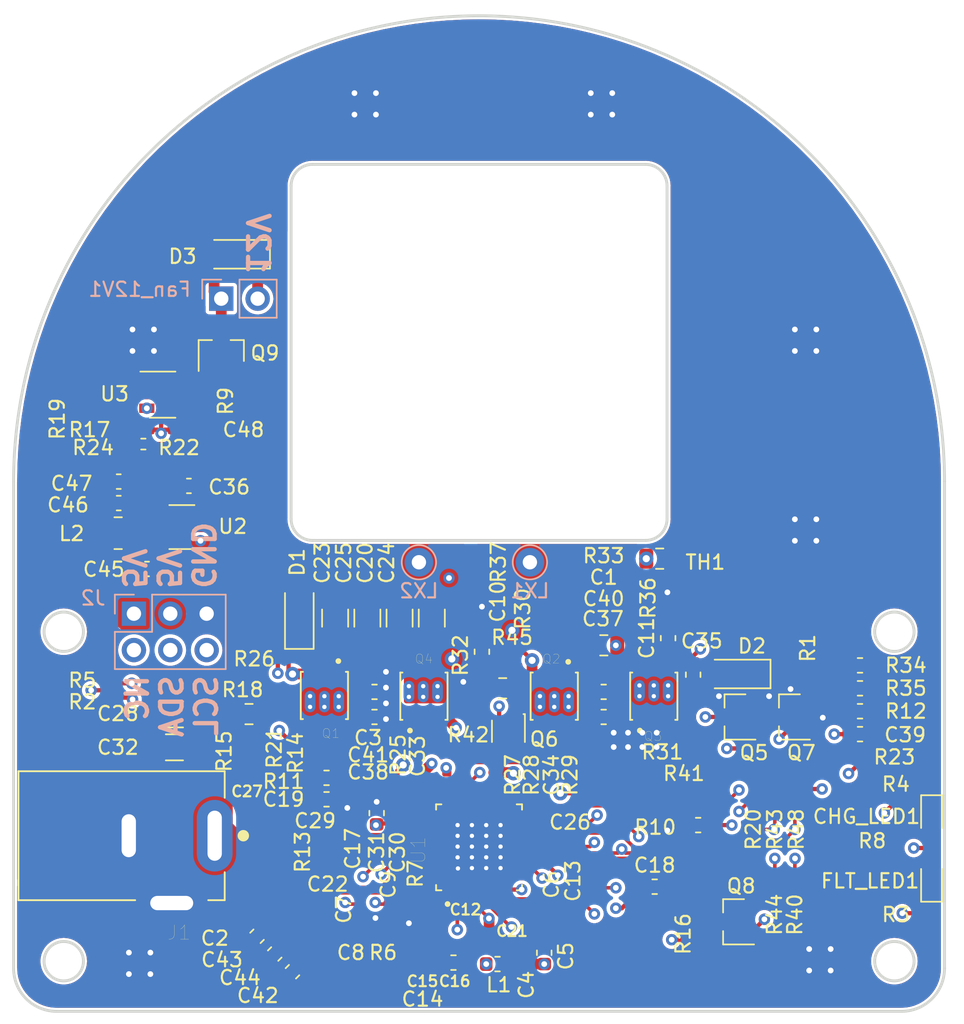
<source format=kicad_pcb>
(kicad_pcb (version 20211014) (generator pcbnew)
  (layers (0 "F.Cu" signal) (1 "In1.Cu" mixed) (2 "In2.Cu" mixed) (31 "B.Cu" mixed) (34 "B.Paste" user) (35 "F.Paste" user) (36 "B.SilkS" user "B.Silkscreen") (37 "F.SilkS" user "F.Silkscreen") (38 "B.Mask" user) (39 "F.Mask" user) (44 "Edge.Cuts" user))
  (net 0 "")
  (net 1 "Earth")
  (net 2 "Net-(C1-Pad2)")
  (net 3 "VIN")
  (net 4 "Net-(C29-Pad2)")
  (net 5 "VCC_5V")
  (net 6 "LDO18")
  (net 7 "Net-(C7-Pad2)")
  (net 8 "Net-(C8-Pad1)")
  (net 9 "Net-(C9-Pad2)")
  (net 10 "Net-(C10-Pad2)")
  (net 11 "Net-(C10-Pad1)")
  (net 12 "Net-(C11-Pad1)")
  (net 13 "Net-(C12-Pad1)")
  (net 14 "LDO33")
  (net 15 "Net-(C17-Pad2)")
  (net 16 "VCOIL_OV")
  (net 17 "Net-(C19-Pad2)")
  (net 18 "Net-(C22-Pad2)")
  (net 19 "ISNS_H")
  (net 20 "ISNS_L")
  (net 21 "Net-(C33-Pad1)")
  (net 22 "Net-(C34-Pad1)")
  (net 23 "Net-(C35-Pad1)")
  (net 24 "Net-(C39-Pad2)")
  (net 25 "Net-(D1-Pad1)")
  (net 26 "Net-(D2-Pad1)")
  (net 27 "Net-(L1-Pad2)")
  (net 28 "Net-(Q1-Pad2)")
  (net 29 "Net-(Q2-Pad2)")
  (net 30 "Net-(Q3-Pad2)")
  (net 31 "Net-(Q4-Pad2)")
  (net 32 "Q_DRV1")
  (net 33 "Net-(Q6-Pad3)")
  (net 34 "Net-(Q7-Pad3)")
  (net 35 "Q_DRV2")
  (net 36 "OVP_CTL")
  (net 37 "Net-(Q8-Pad3)")
  (net 38 "Net-(R3-Pad1)")
  (net 39 "Net-(R4-Pad1)")
  (net 40 "Net-(R7-Pad1)")
  (net 41 "Net-(R25-Pad2)")
  (net 42 "Net-(R27-Pad2)")
  (net 43 "Net-(R28-Pad2)")
  (net 44 "Net-(R29-Pad2)")
  (net 45 "Net-(R40-Pad2)")
  (net 46 "Net-(R43-Pad1)")
  (net 57 "Net-(Q5-Pad3)")
  (net 58 "/coil1")
  (net 59 "/coil2")
  (net 60 "Net-(C45-Pad1)")
  (net 61 "Net-(C45-Pad2)")
  (net 62 "+5V")
  (net 63 "/SDA")
  (net 64 "/SCL")
  (net 66 "Net-(D3-Pad2)")
  (net 67 "Net-(Q9-Pad1)")
  (net 68 "Net-(CHG_LED1-Pad1)")
  (net 69 "Net-(FLT_LED1-Pad1)")
  (net 70 "/TS")
  (net 71 "Net-(C48-Pad2)")
  (net 72 "Net-(R17-Pad1)")
  (footprint "LED_SMD:LED_0603_1608Metric" (layer "F.Cu") (at 167.8 99.9625 90)
    (fp_text reference "FLT_LED1")
    (fp_text value "RED")
  )
  (footprint "LED_SMD:LED_0603_1608Metric" (layer "F.Cu") (at 167.8 95.5 -90)
    (fp_text reference "CHG_LED1")
    (fp_text value "GREEN")
  )
  (footprint "Resistor_SMD:R_0402_1005Metric" (layer "F.Cu") (at 167.315 102.25)
    (fp_text reference "R3")
    (fp_text value "1K")
  )
  (footprint "Resistor_SMD:R_0402_1005Metric" (layer "F.Cu") (at 167.315 93.25)
    (fp_text reference "R4")
    (fp_text value "680")
  )
  (footprint "Capacitor_SMD:C_0603_1608Metric" (layer "F.Cu") (at 113.015 78.22)
    (fp_text reference "C45")
    (fp_text value "100nF")
  )
  (footprint "Capacitor_SMD:C_0603_1608Metric" (layer "F.Cu") (at 115.94 72.42)
    (fp_text reference "C36")
    (fp_text value "10uF")
  )
  (footprint "Capacitor_SMD:C_0603_1608Metric" (layer "F.Cu") (at 111.04 73.62 180)
    (fp_text reference "C46")
    (fp_text value "10uF")
  )
  (footprint "Package_TO_SOT_SMD:TSOT-23-6" (layer "F.Cu") (at 115.45 75.32 180)
    (fp_text reference "U2")
    (fp_text value "AP63205")
  )
  (footprint "Capacitor_SMD:C_0603_1608Metric" (layer "F.Cu") (at 111.04 72.12 180)
    (fp_text reference "C47")
    (fp_text value "10uF")
  )
  (footprint "Inductor_SMD:L_1008_2520Metric" (layer "F.Cu") (at 111 75.72 180)
    (fp_text reference "L2")
    (fp_text value "4.7uH")
  )
  (footprint "Capacitor_SMD:C_0402_1005Metric" (layer "F.Cu") (at 141.35 102.3 90)
    (fp_text reference "C6")
    (fp_text value "1uF")
  )
  (footprint "Capacitor_SMD:C_0402_1005Metric" (layer "F.Cu") (at 136.25 92.915 90)
    (fp_text reference "C34")
    (fp_text value "0.1uF")
  )
  (footprint "Custom:TRANS_DMP3017SFGQ-7_b" (layer "F.Cu") (at 141.45 87.1 -90)
    (fp_text reference "Q2")
    (fp_text value "DMG7430LFG")
  )
  (footprint "Custom:TRANS_DMP3017SFGQ-7_b" (layer "F.Cu") (at 132.35 87.1 90)
    (fp_text reference "Q4")
    (fp_text value "DMG7430LFG")
  )
  (footprint "Custom:TRANS_DMP3017SFGQ-7_b" (layer "F.Cu") (at 125.4 87.05 -90)
    (fp_text reference "Q1")
    (fp_text value "DMG7430LFG")
  )
  (footprint "Resistor_SMD:R_0402_1005Metric" (layer "F.Cu") (at 110.5 86.2 180)
    (fp_text reference "R5")
    (fp_text value "10K")
  )
  (footprint "Custom:TRANS_DMP3017SFGQ-7_b" (layer "F.Cu") (at 148.4 87.1 90)
    (fp_text reference "Q3")
    (fp_text value "DMG7430LFG")
  )
  (footprint "Capacitor_SMD:C_0603_1608Metric" (layer "F.Cu") (at 140.75 105.0125 -90)
    (fp_text reference "C5")
    (fp_text value "10uF")
  )
  (footprint "Resistor_SMD:R_0805_2012Metric" (layer "F.Cu") (at 144.9125 83.55 180)
    (fp_text reference "R33")
    (fp_text value "3")
  )
  (footprint "Capacitor_SMD:C_0402_1005Metric" (layer "F.Cu") (at 127.95 102.1 90)
    (fp_text reference "C7")
    (fp_text value "56pF")
  )
  (footprint "Capacitor_SMD:C_0402_1005Metric" (layer "F.Cu") (at 136.415 104.5)
    (fp_text reference "C16")
    (fp_text value "1uF")
  )
  (footprint "Custom:QFN40P600X600X100-49N" (layer "F.Cu") (at 136.2 97.65 90)
    (fp_text reference "U1")
    (fp_text value "P9242-R")
  )
  (footprint "Capacitor_SMD:C_0603_1608Metric" (layer "F.Cu") (at 134.4125 105.7 180)
    (fp_text reference "C14")
    (fp_text value "10uF")
  )
  (footprint "Capacitor_SMD:C_0402_1005Metric" (layer "F.Cu") (at 142.35 102.3 90)
    (fp_text reference "C13")
    (fp_text value "0.1uF")
  )
  (footprint "Capacitor_SMD:C_0402_1005Metric" (layer "F.Cu") (at 139.55 105.1 -90)
    (fp_text reference "C4")
    (fp_text value "0.1uF")
  )
  (footprint "Capacitor_SMD:C_0402_1005Metric" (layer "F.Cu") (at 119.635817 102.798962 -135)
    (fp_text reference "C2")
    (fp_text value "0.1uF")
  )
  (footprint "Capacitor_SMD:C_0603_1608Metric" (layer "F.Cu") (at 136.4 84 -90)
    (fp_text reference "C10")
    (fp_text value "22nF")
  )
  (footprint "Capacitor_SMD:C_0402_1005Metric" (layer "F.Cu") (at 127.165 95.8)
    (fp_text reference "C29")
    (fp_text value "0.1uF")
  )
  (footprint "Capacitor_SMD:C_0402_1005Metric" (layer "F.Cu") (at 144.9 85.3 180)
    (fp_text reference "C1")
    (fp_text value "0.1uF")
  )
  (footprint "Capacitor_SMD:C_0402_1005Metric" (layer "F.Cu") (at 134.465 104.5 180)
    (fp_text reference "C15")
    (fp_text value "0.1uF")
  )
  (footprint "Capacitor_SMD:C_0402_1005Metric" (layer "F.Cu") (at 132.785 101.85 180)
    (fp_text reference "C12")
    (fp_text value "1uF")
  )
  (footprint "Capacitor_SMD:C_0402_1005Metric" (layer "F.Cu") (at 129.85 102.1 90)
    (fp_text reference "C9")
    (fp_text value "56pF")
  )
  (footprint "Capacitor_SMD:C_0603_1608Metric" (layer "F.Cu") (at 149.4 83.05 -90)
    (fp_text reference "C11")
    (fp_text value "22nF")
  )
  (footprint "Capacitor_SMD:C_0402_1005Metric" (layer "F.Cu") (at 128.885 85.3 180)
    (fp_text reference "C3")
    (fp_text value "0.1uF")
  )
  (footprint "Capacitor_SMD:C_0402_1005Metric" (layer "F.Cu") (at 127.95 103.6 180)
    (fp_text reference "C8")
    (fp_text value "6.8nF")
  )
  (footprint "Capacitor_SMD:C_0603_1608Metric" (layer "F.Cu") (at 123.171351 106.334496 -135)
    (fp_text reference "C42")
    (fp_text value "0.1uF")
  )
  (footprint "Capacitor_SMD:C_0603_1608Metric" (layer "F.Cu") (at 162.8 89.75 180)
    (fp_text reference "C39")
    (fp_text value "5.6nF")
  )
  (footprint "Diode_SMD:D_SOD-123" (layer "F.Cu") (at 123.65 81.55 90)
    (fp_text reference "D1")
    (fp_text value "BAV21W")
  )
  (footprint "Capacitor_SMD:C_0603_1608Metric" (layer "F.Cu") (at 120.696477 103.859622 -135)
    (fp_text reference "C43")
    (fp_text value "1uF")
  )
  (footprint "Capacitor_SMD:C_0603_1608Metric" (layer "F.Cu") (at 128.9 86.8 180)
    (fp_text reference "C41")
    (fp_text value "10uF")
  )
  (footprint "Capacitor_SMD:C_0603_1608Metric" (layer "F.Cu") (at 144.9 86.8 180)
    (fp_text reference "C40")
    (fp_text value "10uF")
  )
  (footprint "Capacitor_SMD:C_0603_1608Metric" (layer "F.Cu") (at 128.9 88.55 180)
    (fp_text reference "C38")
    (fp_text value "10uF")
  )
  (footprint "Capacitor_SMD:C_0603_1608Metric" (layer "F.Cu") (at 121.933914 105.097059 -135)
    (fp_text reference "C44")
    (fp_text value "4.7uF")
  )
  (footprint "Diode_SMD:D_SOD-123" (layer "F.Cu") (at 154.3 85.55 180)
    (fp_text reference "D2")
    (fp_text value "BAV21W")
  )
  (footprint "Package_TO_SOT_SMD:SOT-23" (layer "F.Cu") (at 157.9 88.55 180)
    (fp_text reference "Q7")
    (fp_text value "2N7002")
  )
  (footprint "Package_TO_SOT_SMD:SOT-23" (layer "F.Cu") (at 154.1 88.55 180)
    (fp_text reference "Q5")
    (fp_text value "2N7002")
  )
  (footprint "Inductor_SMD:L_0603_1608Metric" (layer "F.Cu") (at 137.4875 105.8 180)
    (fp_text reference "L1")
    (fp_text value "4.7uH")
  )
  (footprint "Package_TO_SOT_SMD:Vishay_PowerPAK_SC70-6L_Single" (layer "F.Cu") (at 138.25 89.55 -90)
    (fp_text reference "Q6")
    (fp_text value "SIA449DJ")
  )
  (footprint "Resistor_SMD:R_0805_2012Metric" (layer "F.Cu") (at 148.8125 77.5)
    (fp_text reference "TH1")
    (fp_text value "10K Thermistor")
  )
  (footprint "Resistor_SMD:R_0402_1005Metric" (layer "F.Cu") (at 158.25 94.05 90)
    (fp_text reference "R48")
    (fp_text value "10K")
  )
  (footprint "Resistor_SMD:R_0402_1005Metric" (layer "F.Cu") (at 137.225 92.915 -90)
    (fp_text reference "R29")
    (fp_text value "12")
  )
  (footprint "Resistor_SMD:R_0402_1005Metric" (layer "F.Cu") (at 138.9 84.55 90)
    (fp_text reference "R30")
    (fp_text value "100K")
  )
  (footprint "Resistor_SMD:R_0805_2012Metric" (layer "F.Cu") (at 137.85 86.55 180)
    (fp_text reference "R45")
    (fp_text value "220")
  )
  (footprint "Resistor_SMD:R_0402_1005Metric" (layer "F.Cu") (at 152.2 91.585 -90)
    (fp_text reference "R41")
    (fp_text value "10K")
  )
  (footprint "Resistor_SMD:R_0402_1005Metric" (layer "F.Cu") (at 156.85 99.85 90)
    (fp_text reference "R44")
    (fp_text value "15.8K")
  )
  (footprint "Resistor_SMD:R_0603_1608Metric" (layer "F.Cu") (at 162.8 84.95)
    (fp_text reference "R34")
    (fp_text value "100K")
  )
  (footprint "Resistor_SMD:R_0402_1005Metric" (layer "F.Cu") (at 134.95 92.9 -90)
    (fp_text reference "R28")
    (fp_text value "12")
  )
  (footprint "Resistor_SMD:R_0402_1005Metric" (layer "F.Cu") (at 136.4 81.315 -90)
    (fp_text reference "R37")
    (fp_text value "0.1")
  )
  (footprint "Resistor_SMD:R_0402_1005Metric" (layer "F.Cu") (at 156.85 94.065 90)
    (fp_text reference "R43")
    (fp_text value "10K")
  )
  (footprint "Resistor_SMD:R_0402_1005Metric" (layer "F.Cu") (at 136 88.5 180)
    (fp_text reference "R42")
    (fp_text value "10K")
  )
  (footprint "Resistor_SMD:R_0402_1005Metric" (layer "F.Cu") (at 158.25 99.85 90)
    (fp_text reference "R40")
    (fp_text value "14.3K")
  )
  (footprint "Resistor_SMD:R_0402_1005Metric" (layer "F.Cu") (at 149.35 80.315 -90)
    (fp_text reference "R36")
    (fp_text value "0.1")
  )
  (footprint "Resistor_SMD:R_0603_1608Metric" (layer "F.Cu") (at 162.8 86.55)
    (fp_text reference "R35")
    (fp_text value "200K")
  )
  (footprint "Resistor_SMD:R_0402_1005Metric" (layer "F.Cu") (at 151 90.235 -90)
    (fp_text reference "R31")
    (fp_text value "100K")
  )
  (footprint "Resistor_SMD:R_0402_1005Metric" (layer "F.Cu") (at 123.385 84.4 180)
    (fp_text reference "R26")
    (fp_text value "100K")
  )
  (footprint "Resistor_SMD:R_0402_1005Metric" (layer "F.Cu") (at 134.8 86.765 -90)
    (fp_text reference "R32")
    (fp_text value "100K")
  )
  (footprint "Resistor_SMD:R_0402_1005Metric" (layer "F.Cu") (at 133.95 92.9 -90)
    (fp_text reference "R27")
    (fp_text value "12")
  )
  (footprint "Resistor_SMD:R_0402_1005Metric" (layer "F.Cu") (at 130.5 93.6 -90)
    (fp_text reference "R25")
    (fp_text value "12")
  )
  (footprint "Resistor_SMD:R_0402_1005Metric" (layer "F.Cu") (at 155.45 94.065 -90)
    (fp_text reference "R20")
    (fp_text value "10K")
  )
  (footprint "Resistor_SMD:R_0402_1005Metric" (layer "F.Cu") (at 119.65 90.95 90)
    (fp_text reference "R15")
    (fp_text value "10")
  )
  (footprint "Resistor_SMD:R_0402_1005Metric" (layer "F.Cu") (at 129.9 103.6)
    (fp_text reference "R6")
    (fp_text value "10K")
  )
  (footprint "Resistor_SMD:R_0603_1608Metric" (layer "F.Cu") (at 162.8 88.15)
    (fp_text reference "R12")
    (fp_text value "390K")
  )
  (footprint "Resistor_SMD:R_0603_1608Metric" (layer "F.Cu") (at 125.55 92.8)
    (fp_text reference "R11")
    (fp_text value "200K")
  )
  (footprint "Resistor_SMD:R_0402_1005Metric" (layer "F.Cu") (at 131.3 101.365 -90)
    (fp_text reference "R7")
    (fp_text value "1K")
  )
  (footprint "Resistor_SMD:R_0402_1005Metric" (layer "F.Cu") (at 159.15 85.635 90)
    (fp_text reference "R1")
    (fp_text value "1K")
  )
  (footprint "Resistor_SMD:R_0805_2012Metric" (layer "F.Cu") (at 120.1375 88.35 180)
    (fp_text reference "R18")
    (fp_text value "0.02")
  )
  (footprint "Resistor_SMD:R_0402_1005Metric" (layer "F.Cu") (at 162.7 91.35)
    (fp_text reference "R23")
    (fp_text value "10K")
  )
  (footprint "Resistor_SMD:R_0402_1005Metric" (layer "F.Cu") (at 151.75 103.7 90)
    (fp_text reference "R16")
    (fp_text value "10K")
  )
  (footprint "Resistor_SMD:R_0402_1005Metric" (layer "F.Cu") (at 125.125 97.475 90)
    (fp_text reference "R13")
    (fp_text value "10K")
  )
  (footprint "Resistor_SMD:R_0402_1005Metric" (layer "F.Cu") (at 124.55 91.065 90)
    (fp_text reference "R14")
    (fp_text value "2.4K")
  )
  (footprint "Resistor_SMD:R_0402_1005Metric" (layer "F.Cu") (at 120.65 90.95 90)
    (fp_text reference "R21")
    (fp_text value "10")
  )
  (footprint "Resistor_SMD:R_0402_1005Metric" (layer "F.Cu") (at 161.75 97.25 180)
    (fp_text reference "R8")
    (fp_text value "100K")
  )
  (footprint "Resistor_SMD:R_0603_1608Metric" (layer "F.Cu") (at 151.5 96.1 180)
    (fp_text reference "R10")
    (fp_text value "390K")
  )
  (footprint "Package_TO_SOT_SMD:SOT-23" (layer "F.Cu") (at 154 102.85 180)
    (fp_text reference "Q8")
    (fp_text value "2N7002")
  )
  (footprint "Capacitor_SMD:C_1206_3216Metric" (layer "F.Cu") (at 114.93 88.37)
    (fp_text reference "C28")
    (fp_text value "22uF")
  )
  (footprint "Capacitor_SMD:C_0603_1608Metric" (layer "F.Cu") (at 129.05 95.2625 -90)
    (fp_text reference "C31")
    (fp_text value "10uF")
  )
  (footprint "Capacitor_SMD:C_0402_1005Metric" (layer "F.Cu") (at 120.15 92.45)
    (fp_text reference "C27")
    (fp_text value "1uF")
  )
  (footprint "Capacitor_SMD:C_0402_1005Metric" (layer "F.Cu") (at 130.3 95.5 -90)
    (fp_text reference "C30")
    (fp_text value "0.1uF")
  )
  (footprint "Capacitor_SMD:C_0402_1005Metric" (layer "F.Cu") (at 126.125 97.475 -90)
    (fp_text reference "C17")
    (fp_text value "680pF")
  )
  (footprint "Capacitor_SMD:C_1206_3216Metric" (layer "F.Cu") (at 128.4 81.65 90)
    (fp_text reference "C25")
    (fp_text value "68nF")
  )
  (footprint "Capacitor_SMD:C_1206_3216Metric" (layer "F.Cu") (at 130.65 81.65 90)
    (fp_text reference "C20")
    (fp_text value "100nF")
  )
  (footprint "Capacitor_SMD:C_1206_3216Metric" (layer "F.Cu") (at 132.9 81.65 90)
    (fp_text reference "C24")
    (fp_text value "100nF")
  )
  (footprint "Capacitor_SMD:C_0603_1608Metric" (layer "F.Cu") (at 148.4625 100.4 180)
    (fp_text reference "C18")
    (fp_text value "1nF")
  )
  (footprint "Capacitor_SMD:C_0402_1005Metric" (layer "F.Cu") (at 125.625 98.975 180)
    (fp_text reference "C22")
    (fp_text value "22nF")
  )
  (footprint "Capacitor_SMD:C_0402_1005Metric" (layer "F.Cu") (at 136.415 103.5)
    (fp_text reference "C21")
    (fp_text value "0.1uF")
  )
  (footprint "Capacitor_SMD:C_0603_1608Metric" (layer "F.Cu") (at 125.55 94.3 180)
    (fp_text reference "C19")
    (fp_text value "5.6nF")
  )
  (footprint "Capacitor_SMD:C_0603_1608Metric" (layer "F.Cu") (at 144.9 88.55 180)
    (fp_text reference "C37")
    (fp_text value "10uF")
  )
  (footprint "Capacitor_SMD:C_0402_1005Metric" (layer "F.Cu") (at 142.55 97 180)
    (fp_text reference "C26")
    (fp_text value "0.1uF")
  )
  (footprint "Capacitor_SMD:C_0603_1608Metric" (layer "F.Cu") (at 151.15 85.6 90)
    (fp_text reference "C35")
    (fp_text value "5.6nF")
  )
  (footprint "Capacitor_SMD:C_0402_1005Metric" (layer "F.Cu") (at 131.9 93.535 90)
    (fp_text reference "C33")
    (fp_text value "0.1uF")
  )
  (footprint "Capacitor_SMD:C_1206_3216Metric" (layer "F.Cu") (at 114.93 90.67)
    (fp_text reference "C32")
    (fp_text value "22uF")
  )
  (footprint "Custom:CUI_PJ-002AH" (layer "F.Cu") (at 117.74 96.84 180)
    (fp_text reference "J1")
    (fp_text value "Barrel_Jack_Switch")
  )
  (footprint "Diode_SMD:D_SOD-123" (layer "F.Cu") (at 119.35 56.25 180)
    (fp_text reference "D3")
    (fp_text value "MBR0530")
  )
  (footprint "Resistor_SMD:R_0402_1005Metric" (layer "F.Cu") (at 117.2 66.5 90)
    (fp_text reference "R9")
    (fp_text value "1K")
  )
  (footprint "Package_TO_SOT_SMD:SOT-23" (layer "F.Cu") (at 118.2 63 90)
    (fp_text reference "Q9")
    (fp_text value "NTR4003N")
  )
  (footprint "Resistor_SMD:R_0402_1005Metric" (layer "F.Cu") (at 110.5 87.2 180)
    (fp_text reference "R2")
    (fp_text value "10K")
  )
  (footprint "Package_TO_SOT_SMD:SOT-23-5" (layer "F.Cu") (at 114.1 66.05)
    (fp_text reference "U3")
    (fp_text value "LMV331")
  )
  (footprint "Resistor_SMD:R_0402_1005Metric" (layer "F.Cu") (at 112.765 68.5)
    (fp_text reference "R17")
    (fp_text value "12K")
  )
  (footprint "Resistor_SMD:R_0402_1005Metric" (layer "F.Cu") (at 115.235 68.5)
    (fp_text reference "R22")
    (fp_text value "10K")
  )
  (footprint "Capacitor_SMD:C_0402_1005Metric" (layer "F.Cu") (at 117.265 68.5 180)
    (fp_text reference "C48")
    (fp_text value "15pF")
  )
  (footprint "Resistor_SMD:R_0402_1005Metric" (layer "F.Cu") (at 111.25 68.015 -90)
    (fp_text reference "R19")
    (fp_text value "10K")
  )
  (footprint "Capacitor_SMD:C_1206_3216Metric" (layer "F.Cu") (at 126.15 81.65 90)
    (fp_text reference "C23")
    (fp_text value "100nF")
  )
  (footprint "Resistor_SMD:R_0402_1005Metric" (layer "F.Cu") (at 112.76 69.5 180)
    (fp_text reference "R24")
    (fp_text value "249K")
  )
  (footprint "Connector_PinHeader_2.54mm:PinHeader_1x02_P2.54mm_Vertical" (layer "B.Cu") (at 118.2 59.35 -90)
    (fp_text reference "Fan_12V1")
    (fp_text value "Conn_01x02")
  )
  (footprint "Connector_PinHeader_2.54mm:PinHeader_2x03_P2.54mm_Vertical" (layer "B.Cu") (at 112.1 81.34 -90)
    (fp_text reference "J2")
    (fp_text value "DNP")
  )
  (footprint "TestPoint:TestPoint_THTPad_D2.0mm_Drill1.0mm" (layer "B.Cu") (at 139.75 77.75)
    (fp_text reference "LX1")
    (fp_text value "MountingHole_Pad")
  )
  (footprint "TestPoint:TestPoint_THTPad_D2.0mm_Drill1.0mm" (layer "B.Cu") (at 132 77.75)
    (fp_text reference "LX2")
    (fp_text value "MountingHole_Pad")
  )
  (gr_arc (start 124.575 76.225) (mid 123.51434 75.78566) (end 123.075 74.725) (layer "Edge.Cuts") (width 0.2))
  (gr_arc (start 149.325 74.724998) (mid 148.885661 75.785659) (end 147.825 76.225) (layer "Edge.Cuts") (width 0.2))
  (gr_line (start 147.825 76.225) (end 124.575 76.225) (layer "Edge.Cuts") (width 0.2))
  (gr_circle (center 107.2 105.6) (end 105.825 105.6) (layer "Edge.Cuts") (width 0.2) (fill none))
  (gr_circle (center 107.2 82.599999) (end 105.825 82.599999) (layer "Edge.Cuts") (width 0.2) (fill none))
  (gr_line (start 168.7 72.1) (end 168.699999 106.099999) (layer "Edge.Cuts") (width 0.2))
  (gr_line (start 124.575 49.975) (end 147.824999 49.975) (layer "Edge.Cuts") (width 0.2))
  (gr_circle (center 165.2 82.599999) (end 163.825 82.599999) (layer "Edge.Cuts") (width 0.2) (fill none))
  (gr_circle (center 165.2 105.6) (end 163.825 105.6) (layer "Edge.Cuts") (width 0.2) (fill none))
  (gr_arc (start 106.7 109.1) (mid 104.57868 108.22132) (end 103.7 106.1) (layer "Edge.Cuts") (width 0.2))
  (gr_line (start 103.7 106.1) (end 103.7 72.1) (layer "Edge.Cuts") (width 0.2))
  (gr_line (start 149.325 51.475001) (end 149.325 74.725) (layer "Edge.Cuts") (width 0.2))
  (gr_line (start 165.7 109.099999) (end 106.7 109.1) (layer "Edge.Cuts") (width 0.2))
  (gr_arc (start 123.075 51.475002) (mid 123.514339 50.414341) (end 124.575 49.975) (layer "Edge.Cuts") (width 0.2))
  (gr_arc (start 168.7 106.099999) (mid 167.82132 108.221319) (end 165.7 109.099999) (layer "Edge.Cuts") (width 0.2))
  (gr_arc (start 103.7 72.1) (mid 136.2 39.6) (end 168.7 72.1) (layer "Edge.Cuts") (width 0.2))
  (gr_arc (start 147.824999 49.975) (mid 148.88566 50.41434) (end 149.325 51.475001) (layer "Edge.Cuts") (width 0.2))
  (gr_line (start 123.075 74.725) (end 123.075 51.475) (layer "Edge.Cuts") (width 0.2))
  (gr_text "NC\nSDA\nSCL" (at 114.75 85.5 90) (layer "B.SilkS") (effects (font (size 1.5 1.5) (thickness 0.3)) (justify left mirror)))
  (gr_text "GND\n5V\n5V" (at 114.5 79.75 270) (layer "B.SilkS") (effects (font (size 1.5 1.5) (thickness 0.3)) (justify left mirror)))
  (gr_text "12V" (at 120.75 55.5 270) (layer "B.SilkS") (effects (font (size 1.5 1.5) (thickness 0.3)) (justify mirror)))
  (segment (start 134.4 101.139312) (end 134.284311 101.255001) (width 0.25) (layer "F.Cu") (net 1))
  (segment (start 134.284311 101.255001) (end 132.894999 101.255001) (width 0.25) (layer "F.Cu") (net 1))
  (segment (start 134.4 100.6) (end 134.4 101.139312) (width 0.25) (layer "F.Cu") (net 1))
  (segment (start 134.82499 94.72499) (end 134.82499 96.27499) (width 0.25) (layer "F.Cu") (net 1))
  (segment (start 133.25 97.05) (end 135.6 97.05) (width 0.25) (layer "F.Cu") (net 1))
  (segment (start 135.6 97.05) (end 136.2 97.65) (width 0.25) (layer "F.Cu") (net 1))
  (segment (start 136 100.6) (end 136 97.85) (width 0.25) (layer "F.Cu") (net 1))
  (segment (start 136 97.85) (end 136.2 97.65) (width 0.25) (layer "F.Cu") (net 1))
  (segment (start 134.4 100.6) (end 134.4 99.45) (width 0.25) (layer "F.Cu") (net 1))
  (segment (start 134.4 99.45) (end 136.2 97.65) (width 0.25) (layer "F.Cu") (net 1))
  (segment (start 143.035 97) (end 143.385004 96.649996) (width 0.25) (layer "F.Cu") (net 1))
  (segment (start 127.95 102.585) (end 128.965 102.585) (width 0.3) (layer "F.Cu") (net 1))
  (segment (start 146.010993 96.649996) (end 147.035988 97.674991) (width 0.25) (layer "F.Cu") (net 1))
  (segment (start 132.894999 101.255001) (end 132.3 101.85) (width 0.25) (layer "F.Cu") (net 1))
  (segment (start 147.035988 97.674991) (end 148.148526 97.674991) (width 0.25) (layer "F.Cu") (net 1))
  (segment (start 131.3 101.85) (end 131.3 102.95) (width 0.3) (layer "F.Cu") (net 1))
  (segment (start 134.4 99.45) (end 134.725 99.125) (width 0.25) (layer "F.Cu") (net 1))
  (segment (start 134.725 99.125) (end 136.2 97.65) (width 0.25) (layer "F.Cu") (net 1))
  (segment (start 134.8 96.25) (end 136.2 97.65) (width 0.25) (layer "F.Cu") (net 1))
  (segment (start 148.148526 97.674991) (end 149.349083 96.474434) (width 0.25) (layer "F.Cu") (net 1))
  (segment (start 143.385004 96.649996) (end 146.010993 96.649996) (width 0.25) (layer "F.Cu") (net 1))
  (segment (start 129.85 102.585) (end 128.965 102.585) (width 0.3) (layer "F.Cu") (net 1))
  (segment (start 132.3 101.85) (end 131.3 101.85) (width 0.3) (layer "F.Cu") (net 1))
  (segment (start 134.8 94.7) (end 134.82499 94.72499) (width 0.25) (layer "F.Cu") (net 1))
  (segment (start 134.82499 96.27499) (end 136.2 97.65) (width 0.25) (layer "F.Cu") (net 1))
  (segment (start 126.3375 94.3) (end 126.9375 94.9) (width 0.3) (layer "F.Cu") (net 1))
  (segment (start 135.1 86.1) (end 134.98 86.1) (width 0.3) (layer "F.Cu") (net 1))
  (segment (start 126.3375 92.8) (end 126.3375 94.3) (width 0.3) (layer "F.Cu") (net 1))
  (segment (start 136 101.837996) (end 135.32999 102.508006) (width 0.25) (layer "F.Cu") (net 1))
  (segment (start 134.98 86.1) (end 134.8 86.28) (width 0.3) (layer "F.Cu") (net 1))
  (segment (start 129.59 95.015) (end 129.05 94.475) (width 0.3) (layer "F.Cu") (net 1))
  (segment (start 126.3375 95.4575) (end 126.68 95.8) (width 0.3) (layer "F.Cu") (net 1))
  (segment (start 136 100.6) (end 136 101.837996) (width 0.25) (layer "F.Cu") (net 1))
  (segment (start 126.3375 94.3) (end 126.3375 95.4575) (width 0.3) (layer "F.Cu") (net 1))
  (segment (start 126.125 96.99) (end 126.125 96.355) (width 0.3) (layer "F.Cu") (net 1))
  (segment (start 130.3 95.015) (end 129.59 95.015) (width 0.3) (layer "F.Cu") (net 1))
  (segment (start 126.9375 94.9) (end 127.000008 94.9) (width 0.3) (layer "F.Cu") (net 1))
  (segment (start 126.125 96.355) (end 126.68 95.8) (width 0.3) (layer "F.Cu") (net 1))
  (via (at 148.6 90.65) (size 0.8) (drill 0.4) (layers "F.Cu" "B.Cu") (net 1))
  (via (at 148.6 89.65) (size 0.8) (drill 0.4) (layers "F.Cu" "B.Cu") (net 1))
  (via (at 147.6 90.65) (size 0.8) (drill 0.4) (layers "F.Cu" "B.Cu") (net 1))
  (via (at 157.95 86.6) (size 0.8) (drill 0.4) (layers "F.Cu" "B.Cu") (net 1))
  (via (at 156.45 87.1) (size 0.8) (drill 0.4) (layers "F.Cu" "B.Cu") (net 1))
  (via (at 146.6 89.65) (size 0.8) (drill 0.4) (layers "F.Cu" "B.Cu") (net 1))
  (via (at 129.7 85.4) (size 0.8) (drill 0.4) (layers "F.Cu" "B.Cu") (net 1))
  (via (at 145.6 90.65) (size 0.8) (drill 0.4) (layers "F.Cu" "B.Cu") (net 1))
  (via (at 146.6 90.65) (size 0.8) (drill 0.4) (layers "F.Cu" "B.Cu") (net 1))
  (via (at 152.95 87.1) (size 0.8) (drill 0.4) (layers "F.Cu" "B.Cu") (net 1))
  (via (at 145.6 89.65) (size 0.8) (drill 0.4) (layers "F.Cu" "B.Cu") (net 1))
  (via (at 160.2 88.6) (size 0.8) (drill 0.4) (layers "F.Cu" "B.Cu") (net 1))
  (via (at 134.725 99.125) (size 0.5) (drill 0.3) (layers "F.Cu" "B.Cu") (net 1))
  (via (at 147.6 89.65) (size 0.8) (drill 0.4) (layers "F.Cu" "B.Cu") (net 1))
  (via (at 137.7 96.1) (size 0.5) (drill 0.3) (layers "F.Cu" "B.Cu") (net 1))
  (via (at 131.3 102.95) (size 0.8) (drill 0.4) (layers "F.Cu" "B.Cu") (net 1))
  (via (at 134.7 96.1) (size 0.5) (drill 0.3) (layers "F.Cu" "B.Cu") (net 1))
  (via (at 128.965 102.585) (size 0.8) (drill 0.4) (layers "F.Cu" "B.Cu") (net 1))
  (via (at 135.7 96.85) (size 0.5) (drill 0.3) (layers "F.Cu" "B.Cu") (net 1))
  (via (at 136.4 80.85) (size 0.8) (drill 0.4) (layers "F.Cu" "B.Cu") (net 1))
  (via (at 135.7 98.35) (size 0.5) (drill 0.3) (layers "F.Cu" "B.Cu") (net 1))
  (via (at 137.7 98.35) (size 0.5) (drill 0.3) (layers "F.Cu" "B.Cu") (net 1))
  (via (at 137.7 97.6) (size 0.5) (drill 0.3) (layers "F.Cu" "B.Cu") (net 1))
  (via (at 136.7 96.1) (size 0.5) (drill 0.3) (layers "F.Cu" "B.Cu") (net 1))
  (via (at 136.7 99.1) (size 0.5) (drill 0.3) (layers "F.Cu" "B.Cu") (net 1))
  (via (at 135.7 97.6) (size 0.5) (drill 0.3) (layers "F.Cu" "B.Cu") (net 1))
  (via (at 134.7 96.85) (size 0.5) (drill 0.3) (layers "F.Cu" "B.Cu") (net 1))
  (via (at 134.7 97.6) (size 0.5) (drill 0.3) (layers "F.Cu" "B.Cu") (net 1))
  (via (at 137.7 99.1) (size 0.5) (drill 0.3) (layers "F.Cu" "B.Cu") (net 1))
  (via (at 136.7 96.85) (size 0.5) (drill 0.3) (layers "F.Cu" "B.Cu") (net 1))
  (via (at 134.7 98.35) (size 0.5) (drill 0.3) (layers "F.Cu" "B.Cu") (net 1))
  (via (at 129.7 87.6) (size 0.8) (drill 0.4) (layers "F.Cu" "B.Cu") (net 1))
  (via (at 149.35 79.85) (size 0.8) (drill 0.4) (layers "F.Cu" "B.Cu") (net 1))
  (via (at 136.7 98.35) (size 0.5) (drill 0.3) (layers "F.Cu" "B.Cu") (net 1))
  (via (at 135.7 96.1) (size 0.5) (drill 0.3) (layers "F.Cu" "B.Cu") (net 1))
  (via (at 135.7 99.1) (size 0.5) (drill 0.3) (layers "F.Cu" "B.Cu") (net 1))
  (via (at 137.7 96.85) (size 0.5) (drill 0.3) (layers "F.Cu" "B.Cu") (net 1))
  (via (at 136.7 97.6) (size 0.5) (drill 0.3) (layers "F.Cu" "B.Cu") (net 1))
  (via (at 129.7 86.5) (size 0.8) (drill 0.4) (layers "F.Cu" "B.Cu") (net 1))
  (via (at 129.7 88.7) (size 0.8) (drill 0.4) (layers "F.Cu" "B.Cu") (net 1))
  (via (at 149.349083 96.474434) (size 0.8) (drill 0.4) (layers "F.Cu" "B.Cu") (net 1))
  (via (at 111.75 105) (size 0.8) (drill 0.4) (layers "F.Cu" "B.Cu") (net 1))
  (via (at 113.25 105) (size 0.8) (drill 0.4) (layers "F.Cu" "B.Cu") (net 1))
  (via (at 111.75 106.5) (size 0.8) (drill 0.4) (layers "F.Cu" "B.Cu") (net 1))
  (via (at 113.25 106.5) (size 0.8) (drill 0.4) (layers "F.Cu" "B.Cu") (net 1))
  (via (at 145.5 46.5) (size 0.8) (drill 0.4) (layers "F.Cu" "B.Cu") (net 1))
  (via (at 144 46.5) (size 0.8) (drill 0.4) (layers "F.Cu" "B.Cu") (net 1))
  (via (at 135.1 86.1) (size 0.8) (drill 0.4) (layers "F.Cu" "B.Cu") (net 1))
  (via (at 112 61.5) (size 0.8) (drill 0.4) (layers "F.Cu" "B.Cu") (net 1))
  (via (at 112 63) (size 0.8) (drill 0.4) (layers "F.Cu" "B.Cu") (net 1))
  (via (at 158.25 63) (size 0.8) (drill 0.4) (layers "F.Cu" "B.Cu") (net 1))
  (via (at 160.75 106.25) (size 0.8) (drill 0.4) (layers "F.Cu" "B.Cu") (net 1))
  (via (at 158.25 76.25) (size 0.8) (drill 0.4) (layers "F.Cu" "B.Cu") (net 1))
  (via (at 127.5 46.5) (size 0.8) (drill 0.4) (layers "F.Cu" "B.Cu") (net 1))
  (via (at 127.5 45) (size 0.8) (drill 0.4) (layers "F.Cu" "B.Cu") (net 1))
  (via (at 158.25 74.75) (size 0.8) (drill 0.4) (layers "F.Cu" "B.Cu") (net 1))
  (via (at 113.5 63) (size 0.8) (drill 0.4) (layers "F.Cu" "B.Cu") (net 1))
  (via (at 129 45) (size 0.8) (drill 0.4) (layers "F.Cu" "B.Cu") (net 1))
  (via (at 159.75 74.75) (size 0.8) (drill 0.4) (layers "F.Cu" "B.Cu") (net 1))
  (via (at 158.25 61.5) (size 0.8) (drill 0.4) (layers "F.Cu" "B.Cu") (net 1))
  (via (at 159.25 106.25) (size 0.8) (drill 0.4) (layers "F.Cu" "B.Cu") (net 1))
  (via (at 160.75 104.75) (size 0.8) (drill 0.4) (layers "F.Cu" "B.Cu") (net 1))
  (via (at 129 46.5) (size 0.8) (drill 0.4) (layers "F.Cu" "B.Cu") (net 1))
  (via (at 159.75 76.25) (size 0.8) (drill 0.4) (layers "F.Cu" "B.Cu") (net 1))
  (via (at 145.5 45) (size 0.8) (drill 0.4) (layers "F.Cu" "B.Cu") (net 1))
  (via (at 113.5 61.5) (size 0.8) (drill 0.4) (layers "F.Cu" "B.Cu") (net 1))
  (via (at 159.25 104.75) (size 0.8) (drill 0.4) (layers "F.Cu" "B.Cu") (net 1))
  (via (at 159.75 61.5) (size 0.8) (drill 0.4) (layers "F.Cu" "B.Cu") (net 1))
  (via (at 127.000008 94.9) (size 0.8) (drill 0.4) (layers "F.Cu" "B.Cu") (net 1))
  (via (at 129.05 94.475) (size 0.8) (drill 0.4) (layers "F.Cu" "B.Cu") (net 1))
  (via (at 159.75 63) (size 0.8) (drill 0.4) (layers "F.Cu" "B.Cu") (net 1))
  (via (at 144 45) (size 0.8) (drill 0.4) (layers "F.Cu" "B.Cu") (net 1))
  (segment (start 143.975 84.86) (end 144.415 85.3) (width 0.25) (layer "F.Cu") (net 2))
  (segment (start 143.975 83.55) (end 143.975 84.86) (width 0.25) (layer "F.Cu") (net 2))
  (via (at 140.45 87.1) (size 0.5) (drill 0.3) (layers "F.Cu" "B.Cu") (net 2))
  (via (at 140.45 87.85) (size 0.5) (drill 0.3) (layers "F.Cu" "B.Cu") (net 2))
  (via (at 142.45 87.85) (size 0.5) (drill 0.3) (layers "F.Cu" "B.Cu") (net 2))
  (via (at 142.45 87.1) (size 0.5) (drill 0.3) (layers "F.Cu" "B.Cu") (net 2))
  (via (at 141.45 87.85) (size 0.5) (drill 0.3) (layers "F.Cu" "B.Cu") (net 2))
  (via (at 141.45 87.1) (size 0.5) (drill 0.3) (layers "F.Cu" "B.Cu") (net 2))
  (segment (start 140.45 87.1) (end 140.45 87.85) (width 0.75) (layer "B.Cu") (net 2))
  (segment (start 142.45 87.1) (end 142.45 87.85) (width 0.75) (layer "B.Cu") (net 2))
  (segment (start 141.45 87.1) (end 141.45 87.85) (width 0.75) (layer "B.Cu") (net 2))
  (segment (start 119.925 89.075) (end 119.2 88.35) (width 0.25) (layer "F.Cu") (net 3))
  (segment (start 135.2 100.6) (end 135.2 101.45) (width 0.25) (layer "F.Cu") (net 3))
  (segment (start 119.65 90.465) (end 119.65 90.15) (width 0.25) (layer "F.Cu") (net 3))
  (segment (start 135.2 101.45) (end 135.185355 101.45) (width 0.3) (layer "F.Cu") (net 3))
  (segment (start 135.185355 101.45) (end 133.785355 102.85) (width 0.3) (layer "F.Cu") (net 3))
  (segment (start 119.65 90.15) (end 119.925 89.875) (width 0.25) (layer "F.Cu") (net 3))
  (segment (start 119.925 89.875) (end 119.925 89.075) (width 0.25) (layer "F.Cu") (net 3))
  (segment (start 136.7125 87.05) (end 136.68 87.05) (width 0.3) (layer "F.Cu") (net 4))
  (segment (start 120.65 90.465) (end 120.65 90.175) (width 0.25) (layer "F.Cu") (net 4))
  (segment (start 120.325 89.1) (end 121.075 88.35) (width 0.25) (layer "F.Cu") (net 4))
  (segment (start 120.65 90.175) (end 120.325 89.85) (width 0.25) (layer "F.Cu") (net 4))
  (segment (start 120.325 89.85) (end 120.325 89.1) (width 0.25) (layer "F.Cu") (net 4))
  (segment (start 127.8 96.6) (end 128 96.8) (width 0.3) (layer "F.Cu") (net 4))
  (segment (start 127.900009 95.332001) (end 127.900009 91.400009) (width 0.75) (layer "F.Cu") (net 4))
  (segment (start 133.25 96.65) (end 132.295 96.65) (width 0.25) (layer "F.Cu") (net 4))
  (segment (start 127.65 95.58201) (end 127.900009 95.332001) (width 0.75) (layer "F.Cu") (net 4))
  (segment (start 127.8 95.95) (end 127.8 96.6) (width 0.3) (layer "F.Cu") (net 4))
  (segment (start 127.65 95.8) (end 127.8 95.95) (width 0.3) (layer "F.Cu") (net 4))
  (segment (start 128 96.8) (end 132.145 96.8) (width 0.3) (layer "F.Cu") (net 4))
  (segment (start 127.65 95.8) (end 127.65 95.58201) (width 0.75) (layer "F.Cu") (net 4))
  (segment (start 132.295 96.65) (end 132.145 96.8) (width 0.25) (layer "F.Cu") (net 4))
  (via (at 124.4 87.1) (size 0.5) (drill 0.3) (layers "F.Cu" "B.Cu") (net 4))
  (via (at 125.4 87.1) (size 0.5) (drill 0.3) (layers "F.Cu" "B.Cu") (net 4))
  (via (at 126.4 87.85) (size 0.5) (drill 0.3) (layers "F.Cu" "B.Cu") (net 4))
  (via (at 124.4 87.85) (size 0.5) (drill 0.3) (layers "F.Cu" "B.Cu") (net 4))
  (via (at 125.4 87.85) (size 0.5) (drill 0.3) (layers "F.Cu" "B.Cu") (net 4))
  (via (at 126.4 87.1) (size 0.5) (drill 0.3) (layers "F.Cu" "B.Cu") (net 4))
  (segment (start 126.4 87.1) (end 126.4 87.85) (width 0.75) (layer "B.Cu") (net 4))
  (segment (start 124.4 87.1) (end 124.4 87.85) (width 0.75) (layer "B.Cu") (net 4))
  (segment (start 125.4 87.1) (end 125.4 87.85) (width 0.75) (layer "B.Cu") (net 4))
  (segment (start 130.565 96.25) (end 130.3 95.985) (width 0.25) (layer "F.Cu") (net 5))
  (segment (start 129.115 95.985) (end 129.05 96.05) (width 0.3) (layer "F.Cu") (net 5))
  (segment (start 133.25 96.25) (end 130.565 96.25) (width 0.25) (layer "F.Cu") (net 5))
  (segment (start 130.3 95.985) (end 129.115 95.985) (width 0.3) (layer "F.Cu") (net 5))
  (segment (start 138.407169 103.211041) (end 138.461045 103.211041) (width 0.25) (layer "F.Cu") (net 5))
  (segment (start 136.8 101.603872) (end 138.407169 103.211041) (width 0.25) (layer "F.Cu") (net 5))
  (segment (start 138.275 105.8) (end 140.749972 105.8) (width 0.75) (layer "F.Cu") (net 5))
  (segment (start 136.8 100.6) (end 136.8 101.603872) (width 0.25) (layer "F.Cu") (net 5))
  (via (at 138.461045 103.211041) (size 0.8) (drill 0.4) (layers "F.Cu" "B.Cu") (net 5))
  (via (at 129 96.1) (size 0.8) (drill 0.4) (layers "F.Cu" "B.Cu") (net 5))
  (via (at 140.749986 105.799986) (size 0.8) (drill 0.4) (layers "F.Cu" "B.Cu") (net 5))
  (segment (start 141.35 101.815) (end 142.35 101.815) (width 0.25) (layer "F.Cu") (net 6))
  (segment (start 137.775775 102.050023) (end 141.114977 102.050023) (width 0.25) (layer "F.Cu") (net 6))
  (segment (start 141.114977 102.050023) (end 141.35 101.815) (width 0.25) (layer "F.Cu") (net 6))
  (segment (start 137.2 100.6) (end 137.2 101.474248) (width 0.25) (layer "F.Cu") (net 6))
  (segment (start 137.2 101.474248) (end 137.775775 102.050023) (width 0.25) (layer "F.Cu") (net 6))
  (segment (start 127.37999 103.51499) (end 127.37999 102.18501) (width 0.25) (layer "F.Cu") (net 7))
  (segment (start 127.465 103.6) (end 127.37999 103.51499) (width 0.25) (layer "F.Cu") (net 7))
  (segment (start 133.25 98.65) (end 129.15 98.65) (width 0.25) (layer "F.Cu") (net 7))
  (segment (start 127.95 101.615) (end 126.965014 101.615) (width 0.25) (layer "F.Cu") (net 7))
  (segment (start 129.15 98.65) (end 128.1 99.7) (width 0.25) (layer "F.Cu") (net 7))
  (segment (start 127.37999 102.18501) (end 127.95 101.615) (width 0.25) (layer "F.Cu") (net 7))
  (segment (start 126.965014 101.615) (end 126.850007 101.499993) (width 0.25) (layer "F.Cu") (net 7))
  (via (at 126.850007 101.499993) (size 0.8) (drill 0.4) (layers "F.Cu" "B.Cu") (net 7))
  (via (at 128.1 99.7) (size 0.8) (drill 0.4) (layers "F.Cu" "B.Cu") (net 7))
  (segment (start 128.435 103.6) (end 129.415 103.6) (width 0.25) (layer "F.Cu") (net 8))
  (segment (start 129.830746 99.05) (end 129.365373 99.515373) (width 0.25) (layer "F.Cu") (net 9))
  (segment (start 133.25 99.05) (end 129.830746 99.05) (width 0.25) (layer "F.Cu") (net 9))
  (segment (start 129.065 101.615) (end 128.95 101.5) (width 0.25) (layer "F.Cu") (net 9))
  (segment (start 129.85 101.615) (end 129.065 101.615) (width 0.25) (layer "F.Cu") (net 9))
  (segment (start 130.42001 103.56499) (end 130.42001 102.18501) (width 0.25) (layer "F.Cu") (net 9))
  (segment (start 130.385 103.6) (end 130.42001 103.56499) (width 0.25) (layer "F.Cu") (net 9))
  (segment (start 130.42001 102.18501) (end 129.85 101.615) (width 0.25) (layer "F.Cu") (net 9))
  (via (at 129.365373 99.515373) (size 0.8) (drill 0.4) (layers "F.Cu" "B.Cu") (net 9))
  (via (at 128.95 101.5) (size 0.8) (drill 0.4) (layers "F.Cu" "B.Cu") (net 9))
  (segment (start 131.9 93.05) (end 131.9 92.79999) (width 0.75) (layer "F.Cu") (net 10))
  (segment (start 123.87 84.4) (end 125.1 84.4) (width 0.75) (layer "F.Cu") (net 10))
  (segment (start 133.55 94.7) (end 131.9 93.05) (width 0.3) (layer "F.Cu") (net 10))
  (segment (start 134 94.7) (end 133.55 94.7) (width 0.3) (layer "F.Cu") (net 10))
  (segment (start 131.9 92.79999) (end 132.9 91.79999) (width 0.75) (layer "F.Cu") (net 10))
  (via (at 132.9 91.79999) (size 0.8) (drill 0.4) (layers "F.Cu" "B.Cu") (net 10))
  (via (at 134.3 84.5) (size 1) (drill 0.5) (layers "F.Cu" "B.Cu") (net 10))
  (via (at 133.3 87.15) (size 0.5) (drill 0.3) (layers "F.Cu" "B.Cu") (net 10))
  (via (at 133.3 86.4) (size 0.5) (drill 0.3) (layers "F.Cu" "B.Cu") (net 10))
  (via (at 131.3 86.4) (size 0.5) (drill 0.3) (layers "F.Cu" "B.Cu") (net 10))
  (via (at 132.3 86.4) (size 0.5) (drill 0.3) (layers "F.Cu" "B.Cu") (net 10))
  (via (at 132.3 87.15) (size 0.5) (drill 0.3) (layers "F.Cu" "B.Cu") (net 10))
  (via (at 131.3 87.15) (size 0.5) (drill 0.3) (layers "F.Cu" "B.Cu") (net 10))
  (segment (start 133.3 86.4) (end 133.3 87.15) (width 0.75) (layer "B.Cu") (net 10))
  (segment (start 131.3 86.4) (end 131.3 87.15) (width 0.75) (layer "B.Cu") (net 10))
  (segment (start 132.3 86.4) (end 132.3 87.15) (width 0.75) (layer "B.Cu") (net 10))
  (segment (start 136.4 81.8) (end 136.4 83.2125) (width 0.3) (layer "F.Cu") (net 11))
  (segment (start 149.4 80.85) (end 149.35 80.8) (width 0.3) (layer "F.Cu") (net 12))
  (segment (start 149.4 82.2625) (end 149.4 80.85) (width 0.3) (layer "F.Cu") (net 12))
  (segment (start 134.8 101.269656) (end 134.219656 101.85) (width 0.25) (layer "F.Cu") (net 13))
  (segment (start 134.219656 101.85) (end 133.52 101.85) (width 0.25) (layer "F.Cu") (net 13))
  (segment (start 134.8 100.6) (end 134.8 101.269656) (width 0.25) (layer "F.Cu") (net 13))
  (segment (start 162.87499 87.26251) (end 163.5875 86.55) (width 0.3) (layer "F.Cu") (net 14))
  (segment (start 138.4 100.6) (end 139.175065 100.6) (width 0.3) (layer "F.Cu") (net 14))
  (segment (start 162.87499 90.22499) (end 162.87499 87.26251) (width 0.3) (layer "F.Cu") (net 14))
  (segment (start 155.45 93.58) (end 160.15 93.58) (width 0.3) (layer "F.Cu") (net 14))
  (segment (start 163.185 91.35) (end 163.185 90.535) (width 0.3) (layer "F.Cu") (net 14))
  (segment (start 163.185 90.535) (end 162.87499 90.22499) (width 0.3) (layer "F.Cu") (net 14))
  (segment (start 114.75 68.5) (end 114.25 68.5) (width 0.3) (layer "F.Cu") (net 14))
  (segment (start 163.185 91.35) (end 162.035002 92.499998) (width 0.3) (layer "F.Cu") (net 14))
  (segment (start 167.8 99.175) (end 167.8 97.7) (width 0.3) (layer "F.Cu") (net 14))
  (segment (start 110.015 86.685) (end 109.115 86.685) (width 0.3) (layer "F.Cu") (net 14))
  (segment (start 162.035002 92.499998) (end 162 92.499998) (width 0.3) (layer "F.Cu") (net 14))
  (segment (start 136.9 104.5) (end 136.9 102.622414) (width 0.75) (layer "F.Cu") (net 14))
  (segment (start 114.25 68.5) (end 114 68.75) (width 0.3) (layer "F.Cu") (net 14))
  (segment (start 113.75 68.5) (end 114 68.75) (width 0.3) (layer "F.Cu") (net 14))
  (segment (start 136.4 102.122414) (end 136.888793 102.611207) (width 0.25) (layer "F.Cu") (net 14))
  (segment (start 113.25 68.5) (end 113.75 68.5) (width 0.3) (layer "F.Cu") (net 14))
  (segment (start 167.8 97.7) (end 167.8 96.2875) (width 0.3) (layer "F.Cu") (net 14))
  (segment (start 114 66.3) (end 114 68.75) (width 0.3) (layer "F.Cu") (net 14))
  (segment (start 167.8 97.7) (end 166.550016 97.7) (width 0.3) (layer "F.Cu") (net 14))
  (segment (start 136.4 100.6) (end 136.4 102.122414) (width 0.25) (layer "F.Cu") (net 14))
  (segment (start 166.550016 97.7) (end 166.550008 97.700008) (width 0.3) (layer "F.Cu") (net 14))
  (segment (start 110.015 86.2) (end 110.015 86.685) (width 0.3) (layer "F.Cu") (net 14))
  (segment (start 136.9 102.622414) (end 136.888793 102.611207) (width 0.75) (layer "F.Cu") (net 14))
  (segment (start 115.2 65.1) (end 114 66.3) (width 0.3) (layer "F.Cu") (net 14))
  (segment (start 110.015 86.685) (end 110.015 87.2) (width 0.3) (layer "F.Cu") (net 14))
  (via (at 139.175065 100.6) (size 0.8) (drill 0.4) (layers "F.Cu" "B.Cu") (net 14))
  (via (at 160.15 93.58) (size 0.8) (drill 0.4) (layers "F.Cu" "B.Cu") (net 14))
  (via (at 136.888793 102.611207) (size 0.8) (drill 0.4) (layers "F.Cu" "B.Cu") (net 14))
  (via (at 109.115 86.685) (size 0.8) (drill 0.4) (layers "F.Cu" "B.Cu") (net 14))
  (via (at 162 92.499998) (size 0.8) (drill 0.4) (layers "F.Cu" "B.Cu") (net 14))
  (via (at 114 68.75) (size 0.8) (drill 0.4) (layers "F.Cu" "B.Cu") (net 14))
  (via (at 166.550008 97.700008) (size 0.8) (drill 0.4) (layers "F.Cu" "B.Cu") (net 14))
  (segment (start 126.125 97.96) (end 126.125 98.96) (width 0.25) (layer "F.Cu") (net 15))
  (segment (start 126.125 98.96) (end 126.11 98.975) (width 0.25) (layer "F.Cu") (net 15))
  (segment (start 126.185 98.9) (end 126.11 98.975) (width 0.25) (layer "F.Cu") (net 15))
  (segment (start 133.225011 98.274989) (end 128.694666 98.274989) (width 0.25) (layer "F.Cu") (net 15))
  (segment (start 128.069655 98.9) (end 126.185 98.9) (width 0.25) (layer "F.Cu") (net 15))
  (segment (start 128.694666 98.274989) (end 128.069655 98.9) (width 0.25) (layer "F.Cu") (net 15))
  (segment (start 133.25 98.25) (end 133.225011 98.274989) (width 0.25) (layer "F.Cu") (net 15))
  (segment (start 151.665 104.1) (end 149.65 104.1) (width 0.3) (layer "F.Cu") (net 16))
  (segment (start 150.7125 96.1) (end 148.762498 98.050002) (width 0.25) (layer "F.Cu") (net 16))
  (segment (start 139.15 97.45) (end 141.5 97.45) (width 0.25) (layer "F.Cu") (net 16))
  (segment (start 151.75 104.185) (end 151.665 104.1) (width 0.3) (layer "F.Cu") (net 16))
  (segment (start 141.5 97.45) (end 142.100002 98.050002) (width 0.25) (layer "F.Cu") (net 16))
  (segment (start 145.890016 98.050002) (end 146.165015 97.775003) (width 0.25) (layer "F.Cu") (net 16))
  (segment (start 148.762498 98.050002) (end 146.440014 98.050002) (width 0.25) (layer "F.Cu") (net 16))
  (segment (start 146.440014 98.050002) (end 146.165015 97.775003) (width 0.25) (layer "F.Cu") (net 16))
  (segment (start 142.100002 98.050002) (end 145.890016 98.050002) (width 0.25) (layer "F.Cu") (net 16))
  (segment (start 146.175 101.9) (end 145.75 101.9) (width 0.3) (layer "F.Cu") (net 16))
  (segment (start 147.675 100.4) (end 146.175 101.9) (width 0.3) (layer "F.Cu") (net 16))
  (via (at 145.75 101.9) (size 0.8) (drill 0.4) (layers "F.Cu" "B.Cu") (net 16))
  (via (at 146.165015 97.775003) (size 0.8) (drill 0.4) (layers "F.Cu" "B.Cu") (net 16))
  (via (at 149.65 104.1) (size 0.8) (drill 0.4) (layers "F.Cu" "B.Cu") (net 16))
  (segment (start 124.55 91.55) (end 124.55 92.5875) (width 0.3) (layer "F.Cu") (net 17))
  (segment (start 124.7625 94.3) (end 124.7625 92.8) (width 0.3) (layer "F.Cu") (net 17))
  (segment (start 124.55 92.5875) (end 124.7625 92.8) (width 0.3) (layer "F.Cu") (net 17))
  (segment (start 124.7625 96.6275) (end 125.125 96.99) (width 0.3) (layer "F.Cu") (net 17))
  (segment (start 124.7625 94.3) (end 124.7625 96.6275) (width 0.3) (layer "F.Cu") (net 17))
  (segment (start 125.14 97.975) (end 125.125 97.96) (width 0.25) (layer "F.Cu") (net 18))
  (segment (start 125.14 98.975) (end 125.14 97.975) (width 0.25) (layer "F.Cu") (net 18))
  (segment (start 119.665 92.45) (end 119.665 91.45) (width 0.25) (layer "F.Cu") (net 19))
  (segment (start 119.665 91.45) (end 119.65 91.435) (width 0.25) (layer "F.Cu") (net 19))
  (segment (start 119.665 92.45) (end 119.665 95.465) (width 0.25) (layer "F.Cu") (net 19))
  (segment (start 125.025013 100.825013) (end 129.974987 100.825013) (width 0.25) (layer "F.Cu") (net 19))
  (segment (start 130.95 99.85) (end 133.25 99.85) (width 0.25) (layer "F.Cu") (net 19))
  (segment (start 119.665 95.465) (end 125.025013 100.825013) (width 0.25) (layer "F.Cu") (net 19))
  (segment (start 129.974987 100.825013) (end 130.95 99.85) (width 0.25) (layer "F.Cu") (net 19))
  (segment (start 120.635 91.45) (end 120.65 91.435) (width 0.25) (layer "F.Cu") (net 20))
  (segment (start 120.635 92.45) (end 120.635 91.45) (width 0.25) (layer "F.Cu") (net 20))
  (segment (start 129.349998 100.450002) (end 130.35 99.45) (width 0.25) (layer "F.Cu") (net 20))
  (segment (start 125.675002 100.450002) (end 129.349998 100.450002) (width 0.25) (layer "F.Cu") (net 20))
  (segment (start 130.35 99.45) (end 133.25 99.45) (width 0.25) (layer "F.Cu") (net 20))
  (segment (start 120.635 92.45) (end 120.635 95.41) (width 0.25) (layer "F.Cu") (net 20))
  (segment (start 120.635 95.41) (end 125.675002 100.450002) (width 0.25) (layer "F.Cu") (net 20))
  (segment (start 131.9 94.02) (end 131.9 94.364999) (width 0.25) (layer "F.Cu") (net 21))
  (segment (start 132.985001 95.45) (end 133.25 95.45) (width 0.25) (layer "F.Cu") (net 21))
  (segment (start 131.9 94.364999) (end 132.985001 95.45) (width 0.25) (layer "F.Cu") (net 21))
  (segment (start 136 93.65) (end 136 94.7) (width 0.25) (layer "F.Cu") (net 22))
  (segment (start 136.25 93.4) (end 136 93.65) (width 0.25) (layer "F.Cu") (net 22))
  (segment (start 162.0125 84.95) (end 161.64249 84.57999) (width 0.3) (layer "F.Cu") (net 23))
  (segment (start 153.62001 84.57999) (end 152.65 85.55) (width 0.3) (layer "F.Cu") (net 23))
  (segment (start 162.0125 84.95) (end 162.0125 86.55) (width 0.3) (layer "F.Cu") (net 23))
  (segment (start 151.15 86.3875) (end 151.8125 86.3875) (width 0.3) (layer "F.Cu") (net 23))
  (segment (start 161.64249 84.57999) (end 153.62001 84.57999) (width 0.3) (layer "F.Cu") (net 23))
  (segment (start 151.8125 86.3875) (end 152.65 85.55) (width 0.3) (layer "F.Cu") (net 23))
  (segment (start 152.2875 96.1) (end 153.85 96.1) (width 0.3) (layer "F.Cu") (net 24))
  (segment (start 161 89.75) (end 160.999974 89.749974) (width 0.3) (layer "F.Cu") (net 24))
  (segment (start 162.0125 89.75) (end 161 89.75) (width 0.3) (layer "F.Cu") (net 24))
  (segment (start 162.0125 88.15) (end 161.18 88.15) (width 0.3) (layer "F.Cu") (net 24))
  (segment (start 161.18 88.15) (end 159.15 86.12) (width 0.3) (layer "F.Cu") (net 24))
  (segment (start 162.0125 88.15) (end 162.0125 89.75) (width 0.3) (layer "F.Cu") (net 24))
  (via (at 160.999974 89.749974) (size 0.8) (drill 0.4) (layers "F.Cu" "B.Cu") (net 24))
  (via (at 153.85 96.1) (size 0.8) (drill 0.4) (layers "F.Cu" "B.Cu") (net 24))
  (segment (start 122.75 83.2) (end 122.15001 83.79999) (width 0.3) (layer "F.Cu") (net 25))
  (segment (start 123.65 83.2) (end 122.75 83.2) (width 0.3) (layer "F.Cu") (net 25))
  (segment (start 122.15001 83.79999) (end 122.15001 85.5) (width 0.3) (layer "F.Cu") (net 25))
  (segment (start 124.55 90.58) (end 123.33 90.58) (width 0.3) (layer "F.Cu") (net 25))
  (segment (start 123.33 90.58) (end 122.25 89.5) (width 0.3) (layer "F.Cu") (net 25))
  (via (at 122.15001 85.5) (size 0.8) (drill 0.4) (layers "F.Cu" "B.Cu") (net 25))
  (via (at 122.25 89.5) (size 0.8) (drill 0.4) (layers "F.Cu" "B.Cu") (net 25))
  (segment (start 158.75 85.55) (end 159.15 85.15) (width 0.3) (layer "F.Cu") (net 26))
  (segment (start 155.95 85.55) (end 158.75 85.55) (width 0.3) (layer "F.Cu") (net 26))
  (segment (start 135.6 101.707651) (end 134.67998 102.627671) (width 0.25) (layer "F.Cu") (net 27))
  (segment (start 135.6 100.6) (end 135.6 101.707651) (width 0.25) (layer "F.Cu") (net 27))
  (segment (start 134.67998 102.627671) (end 134.67998 103.4) (width 0.25) (layer "F.Cu") (net 27))
  (via (at 136.7 105.8) (size 0.8) (drill 0.4) (layers "F.Cu" "B.Cu") (net 27))
  (via (at 134.67998 103.4) (size 0.8) (drill 0.4) (layers "F.Cu" "B.Cu") (net 27))
  (segment (start 124.364999 85.55) (end 123.05 85.55) (width 0.75) (layer "F.Cu") (net 28))
  (segment (start 130.5 92.3) (end 130.9 91.9) (width 0.3) (layer "F.Cu") (net 28))
  (segment (start 130.5 93.115) (end 130.5 92.3) (width 0.3) (layer "F.Cu") (net 28))
  (segment (start 122.9 85.283395) (end 123.173445 85.55684) (width 0.3) (layer "F.Cu") (net 28))
  (segment (start 122.9 84.4) (end 122.9 85.283395) (width 0.3) (layer "F.Cu") (net 28))
  (via (at 123.173445 85.55684) (size 1) (drill 0.5) (layers "F.Cu" "B.Cu") (net 28))
  (via (at 130.9 91.9) (size 1) (drill 0.5) (layers "F.Cu" "B.Cu") (net 28))
  (segment (start 138.55499 92.43) (end 138.6 92.47501) (width 0.75) (layer "F.Cu") (net 29))
  (segment (start 137.225 92.43) (end 138.55499 92.43) (width 0.75) (layer "F.Cu") (net 29))
  (segment (start 140 85.6) (end 140.414999 85.6) (width 0.75) (layer "F.Cu") (net 29))
  (segment (start 139.9 85.5) (end 140 85.6) (width 0.75) (layer "F.Cu") (net 29))
  (segment (start 139.365 84.065) (end 139.9 84.6) (width 0.3) (layer "F.Cu") (net 29))
  (segment (start 139.9 84.6) (end 139.9 85.5) (width 0.75) (layer "F.Cu") (net 29))
  (segment (start 138.9 84.065) (end 139.365 84.065) (width 0.3) (layer "F.Cu") (net 29))
  (via (at 138.6 92.47501) (size 1) (drill 0.5) (layers "F.Cu" "B.Cu") (net 29))
  (via (at 139.9 84.6) (size 1) (drill 0.5) (layers "F.Cu" "B.Cu") (net 29))
  (segment (start 135.594991 91.475009) (end 143.475009 91.475009) (width 0.75) (layer "F.Cu") (net 30))
  (segment (start 134.95 92.415) (end 134.95 92.12) (width 0.75) (layer "F.Cu") (net 30))
  (segment (start 150 91.185001) (end 150 89.164999) (width 0.75) (layer "F.Cu") (net 30))
  (segment (start 143.475009 91.475009) (end 143.800001 91.800001) (width 0.75) (layer "F.Cu") (net 30))
  (segment (start 150 89.164999) (end 149.435001 88.6) (width 0.75) (layer "F.Cu") (net 30))
  (segment (start 149.385 91.800001) (end 150 91.185001) (width 0.75) (layer "F.Cu") (net 30))
  (segment (start 134.95 92.12) (end 135.594991 91.475009) (width 0.75) (layer "F.Cu") (net 30))
  (segment (start 143.800001 91.800001) (end 149.385 91.800001) (width 0.75) (layer "F.Cu") (net 30))
  (segment (start 151 90.72) (end 150 90.72) (width 0.3) (layer "F.Cu") (net 30))
  (segment (start 133.90002 88.6) (end 134.6 89.29998) (width 0.75) (layer "F.Cu") (net 31))
  (segment (start 133.95 92.147678) (end 133.902985 92.100663) (width 0.3) (layer "F.Cu") (net 31))
  (segment (start 133.385001 88.6) (end 133.90002 88.6) (width 0.75) (layer "F.Cu") (net 31))
  (segment (start 133.95 92.415) (end 133.95 92.147678) (width 0.3) (layer "F.Cu") (net 31))
  (segment (start 134.7 87.80002) (end 133.90002 88.6) (width 0.3) (layer "F.Cu") (net 31))
  (segment (start 134.7 87.25) (end 134.7 87.80002) (width 0.3) (layer "F.Cu") (net 31))
  (via (at 133.902985 92.100663) (size 0.8) (drill 0.4) (layers "F.Cu" "B.Cu") (net 31))
  (via (at 134.6 89.29998) (size 0.8) (drill 0.4) (layers "F.Cu" "B.Cu") (net 31))
  (segment (start 139.15 95.85) (end 143.992307 95.85) (width 0.25) (layer "F.Cu") (net 32))
  (segment (start 143.992307 95.85) (end 144.442272 95.400035) (width 0.25) (layer "F.Cu") (net 32))
  (segment (start 155.05 90.75) (end 153.5 90.75) (width 0.3) (layer "F.Cu") (net 32))
  (segment (start 161.265 92.965) (end 160.3 92) (width 0.3) (layer "F.Cu") (net 32))
  (segment (start 161.265 97.25) (end 161.265 92.965) (width 0.3) (layer "F.Cu") (net 32))
  (segment (start 156.4 92) (end 155.1 90.7) (width 0.3) (layer "F.Cu") (net 32))
  (segment (start 155.1 90.7) (end 155.1 89.5) (width 0.3) (layer "F.Cu") (net 32))
  (segment (start 160.3 92) (end 156.4 92) (width 0.3) (layer "F.Cu") (net 32))
  (segment (start 155.1 90.7) (end 155.05 90.75) (width 0.3) (layer "F.Cu") (net 32))
  (via (at 144.442272 95.400035) (size 0.8) (drill 0.4) (layers "F.Cu" "B.Cu") (net 32))
  (via (at 153.5 90.75) (size 0.8) (drill 0.4) (layers "F.Cu" "B.Cu") (net 32))
  (segment (start 150.69 93.875) (end 141.875 93.875) (width 0.3) (layer "F.Cu") (net 33))
  (segment (start 136.61 88.625) (end 136.485 88.5) (width 0.3) (layer "F.Cu") (net 33))
  (segment (start 152.2 92.365) (end 150.69 93.875) (width 0.3) (layer "F.Cu") (net 33))
  (segment (start 137.6 88.625) (end 136.61 88.625) (width 0.3) (layer "F.Cu") (net 33))
  (segment (start 152.2 92.07) (end 152.2 92.365) (width 0.3) (layer "F.Cu") (net 33))
  (segment (start 137.6 88.625) (end 137.6 87.8) (width 0.3) (layer "F.Cu") (net 33))
  (via (at 141.875 93.875) (size 1) (drill 0.5) (layers "F.Cu" "B.Cu") (net 33))
  (via (at 137.6 87.8) (size 0.8) (drill 0.4) (layers "F.Cu" "B.Cu") (net 33))
  (segment (start 152.2 90.9) (end 152.2 91.1) (width 0.3) (layer "F.Cu") (net 34))
  (segment (start 154.55 88.55) (end 152.2 90.9) (width 0.3) (layer "F.Cu") (net 34))
  (segment (start 156.9 88.55) (end 154.55 88.55) (width 0.3) (layer "F.Cu") (net 34))
  (segment (start 162.215 91.35) (end 161.5 91.35) (width 0.3) (layer "F.Cu") (net 35))
  (segment (start 139.849975 94.750025) (end 153.249975 94.750025) (width 0.25) (layer "F.Cu") (net 35))
  (segment (start 158.9 89.5) (end 157.75 89.5) (width 0.3) (layer "F.Cu") (net 35))
  (segment (start 161.5 91.35) (end 159.65 89.5) (width 0.3) (layer "F.Cu") (net 35))
  (segment (start 153.249975 94.750025) (end 154.35 93.65) (width 0.25) (layer "F.Cu") (net 35))
  (segment (start 157.75 89.5) (end 157.15 90.1) (width 0.3) (layer "F.Cu") (net 35))
  (segment (start 159.65 89.5) (end 158.9 89.5) (width 0.3) (layer "F.Cu") (net 35))
  (segment (start 139.15 95.45) (end 139.849975 94.750025) (width 0.25) (layer "F.Cu") (net 35))
  (via (at 157.15 90.1) (size 0.8) (drill 0.4) (layers "F.Cu" "B.Cu") (net 35))
  (via (at 154.35 93.65) (size 0.8) (drill 0.4) (layers "F.Cu" "B.Cu") (net 35))
  (segment (start 139.15 96.25) (end 146.7 96.25) (width 0.25) (layer "F.Cu") (net 36))
  (segment (start 146.7 96.25) (end 147.35 96.9) (width 0.25) (layer "F.Cu") (net 36))
  (segment (start 155 103.8) (end 156.1227 102.6773) (width 0.3) (layer "F.Cu") (net 36))
  (segment (start 156.1227 102.6773) (end 156.1227 102.672691) (width 0.3) (layer "F.Cu") (net 36))
  (via (at 147.35 96.9) (size 0.8) (drill 0.4) (layers "F.Cu" "B.Cu") (net 36))
  (via (at 156.1227 102.672691) (size 0.8) (drill 0.4) (layers "F.Cu" "B.Cu") (net 36))
  (segment (start 152.635 103.215) (end 153 102.85) (width 0.25) (layer "F.Cu") (net 37))
  (segment (start 151.75 103.215) (end 152.635 103.215) (width 0.25) (layer "F.Cu") (net 37))
  (segment (start 137.930388 101.675012) (end 140.607822 101.675012) (width 0.25) (layer "F.Cu") (net 38))
  (segment (start 141.012844 101.26999) (end 143.21999 101.26999) (width 0.25) (layer "F.Cu") (net 38))
  (segment (start 137.6 101.344624) (end 137.930388 101.675012) (width 0.25) (layer "F.Cu") (net 38))
  (segment (start 166.83 102.25) (end 165.75 102.25) (width 0.3) (layer "F.Cu") (net 38))
  (segment (start 140.607822 101.675012) (end 141.012844 101.26999) (width 0.25) (layer "F.Cu") (net 38))
  (segment (start 137.6 100.6) (end 137.6 101.344624) (width 0.25) (layer "F.Cu") (net 38))
  (segment (start 143.21999 101.26999) (end 144.25 102.3) (width 0.25) (layer "F.Cu") (net 38))
  (via (at 144.25 102.3) (size 0.8) (drill 0.4) (layers "F.Cu" "B.Cu") (net 38))
  (via (at 165.75 102.25) (size 0.8) (drill 0.4) (layers "F.Cu" "B.Cu") (net 38))
  (segment (start 141.277442 100.475047) (end 145.75 100.475047) (width 0.25) (layer "F.Cu") (net 39))
  (segment (start 166.5 93.25) (end 164.5 95.25) (width 0.3) (layer "F.Cu") (net 39))
  (segment (start 138 100.6) (end 138 101.215) (width 0.25) (layer "F.Cu") (net 39))
  (segment (start 138.04 101.255) (end 140.497489 101.255) (width 0.25) (layer "F.Cu") (net 39))
  (segment (start 140.497489 101.255) (end 141.277442 100.475047) (width 0.25) (layer "F.Cu") (net 39))
  (segment (start 138 101.215) (end 138.04 101.255) (width 0.25) (layer "F.Cu") (net 39))
  (segment (start 166.83 93.25) (end 166.5 93.25) (width 0.3) (layer "F.Cu") (net 39))
  (via (at 145.75 100.475047) (size 0.8) (drill 0.4) (layers "F.Cu" "B.Cu") (net 39))
  (via (at 164.5 95.25) (size 0.8) (drill 0.4) (layers "F.Cu" "B.Cu") (net 39))
  (segment (start 134 100.6) (end 131.58 100.6) (width 0.25) (layer "F.Cu") (net 40))
  (segment (start 131.58 100.6) (end 131.3 100.88) (width 0.25) (layer "F.Cu") (net 40))
  (segment (start 133.25 95.85) (end 132.25 95.85) (width 0.25) (layer "F.Cu") (net 41))
  (segment (start 130.5 94.085) (end 130.5 94.1) (width 0.3) (layer "F.Cu") (net 41))
  (segment (start 130.5 94.1) (end 132.25 95.85) (width 0.3) (layer "F.Cu") (net 41))
  (segment (start 134.4 94.7) (end 134.4 93.835) (width 0.25) (layer "F.Cu") (net 42))
  (segment (start 134.4 93.835) (end 133.95 93.385) (width 0.25) (layer "F.Cu") (net 42))
  (segment (start 134.95 93.385) (end 135.2 93.635) (width 0.25) (layer "F.Cu") (net 43))
  (segment (start 135.2 93.635) (end 135.2 94.7) (width 0.25) (layer "F.Cu") (net 43))
  (segment (start 136.65499 93.97001) (end 136.47999 93.97001) (width 0.3) (layer "F.Cu") (net 44))
  (segment (start 136.4 94.05) (end 136.4 94.7) (width 0.25) (layer "F.Cu") (net 44))
  (segment (start 137.225 93.4) (end 136.65499 93.97001) (width 0.3) (layer "F.Cu") (net 44))
  (segment (start 136.47999 93.97001) (end 136.4 94.05) (width 0.3) (layer "F.Cu") (net 44))
  (segment (start 158.25 99.365) (end 158.25 98.435949) (width 0.25) (layer "F.Cu") (net 45))
  (segment (start 158.25 98.435949) (end 158.260928 98.425021) (width 0.25) (layer "F.Cu") (net 45))
  (segment (start 158.25 94.635) (end 158.25 96.4) (width 0.25) (layer "F.Cu") (net 45))
  (segment (start 157.499994 97.150006) (end 158.25 96.4) (width 0.25) (layer "F.Cu") (net 45))
  (segment (start 141.789335 98.800024) (end 153.649976 98.800024) (width 0.25) (layer "F.Cu") (net 45))
  (segment (start 153.649976 98.800024) (end 155.299994 97.150006) (width 0.25) (layer "F.Cu") (net 45))
  (segment (start 141.239311 98.25) (end 141.789335 98.800024) (width 0.25) (layer "F.Cu") (net 45))
  (segment (start 139.15 98.25) (end 141.239311 98.25) (width 0.25) (layer "F.Cu") (net 45))
  (segment (start 155.299994 97.150006) (end 157.499994 97.150006) (width 0.25) (layer "F.Cu") (net 45))
  (via (at 158.260928 98.425021) (size 0.8) (drill 0.4) (layers "F.Cu" "B.Cu") (net 45))
  (via (at 158.25 96.4) (size 0.8) (drill 0.4) (layers "F.Cu" "B.Cu") (net 45))
  (segment (start 156.85 94.55) (end 156.85 94.6) (width 0.25) (layer "F.Cu") (net 46))
  (segment (start 156.85 99.365) (end 156.85 98.425021) (width 0.25) (layer "F.Cu") (net 46))
  (segment (start 156.85 96.35001) (end 156.8 96.40001) (width 0.25) (layer "F.Cu") (net 46))
  (segment (start 153.424987 98.425013) (end 155.44999 96.40001) (width 0.25) (layer "F.Cu") (net 46))
  (segment (start 141.944669 98.425013) (end 153.424987 98.425013) (width 0.25) (layer "F.Cu") (net 46))
  (segment (start 139.15 97.85) (end 141.369656 97.85) (width 0.25) (layer "F.Cu") (net 46))
  (segment (start 155.44999 96.40001) (end 156.8 96.40001) (width 0.25) (layer "F.Cu") (net 46))
  (segment (start 141.369656 97.85) (end 141.944669 98.425013) (width 0.25) (layer "F.Cu") (net 46))
  (segment (start 156.85 94.65) (end 156.85 96.35001) (width 0.25) (layer "F.Cu") (net 46))
  (via (at 156.85 98.425021) (size 0.8) (drill 0.4) (layers "F.Cu" "B.Cu") (net 46))
  (via (at 156.8 96.40001) (size 0.8) (drill 0.4) (layers "F.Cu" "B.Cu") (net 46))
  (segment (start 152.65 88.55) (end 151.999998 88.55) (width 0.3) (layer "F.Cu") (net 57))
  (segment (start 145.85 83.55) (end 145.75 83.55) (width 0.3) (layer "F.Cu") (net 57))
  (via (at 151.999998 88.55) (size 0.8) (drill 0.4) (layers "F.Cu" "B.Cu") (net 57))
  (via (at 145.75 83.55) (size 0.8) (drill 0.4) (layers "F.Cu" "B.Cu") (net 57))
  (segment (start 135.6 93.08) (end 135.6 94.7) (width 0.25) (layer "F.Cu") (net 58))
  (segment (start 136.25 92.43) (end 135.6 93.08) (width 0.25) (layer "F.Cu") (net 58))
  (via (at 136.25 92.43) (size 0.8) (drill 0.4) (layers "F.Cu" "B.Cu") (net 58))
  (via (at 138.5 82.5) (size 1) (drill 0.5) (layers "F.Cu" "B.Cu") (net 58))
  (via (at 147.4 86.35) (size 0.5) (drill 0.3) (layers "F.Cu" "B.Cu") (net 58))
  (via (at 149.4 86.35) (size 0.5) (drill 0.3) (layers "F.Cu" "B.Cu") (net 58))
  (via (at 149.4 87.1) (size 0.5) (drill 0.3) (layers "F.Cu" "B.Cu") (net 58))
  (via (at 148.4 87.1) (size 0.5) (drill 0.3) (layers "F.Cu" "B.Cu") (net 58))
  (via (at 147.4 87.1) (size 0.5) (drill 0.3) (layers "F.Cu" "B.Cu") (net 58))
  (via (at 148.4 86.35) (size 0.5) (drill 0.3) (layers "F.Cu" "B.Cu") (net 58))
  (segment (start 149.4 86.35) (end 149.4 87.1) (width 0.75) (layer "B.Cu") (net 58))
  (segment (start 148.4 86.35) (end 148.4 87.1) (width 0.75) (layer "B.Cu") (net 58))
  (segment (start 147.4 86.35) (end 147.4 87.1) (width 0.75) (layer "B.Cu") (net 58))
  (segment (start 151.15 84.8125) (end 151.15 84.3) (width 0.3) (layer "F.Cu") (net 59))
  (segment (start 124 80.25) (end 123.65 79.9) (width 0.25) (layer "F.Cu") (net 59))
  (segment (start 151.15 84.3) (end 151.65 83.8) (width 0.3) (layer "F.Cu") (net 59))
  (via (at 151.65 83.8) (size 0.8) (drill 0.4) (layers "F.Cu" "B.Cu") (net 59))
  (via (at 134.1 78.85) (size 0.8) (drill 0.4) (layers "F.Cu" "B.Cu") (net 59))
  (segment (start 113.89 78.22) (end 113.89 76.52) (width 0.3) (layer "F.Cu") (net 61))
  (segment (start 113.89 76.52) (end 114.14 76.27) (width 0.3) (layer "F.Cu") (net 61))
  (segment (start 120.74 56.51) (end 121 56.25) (width 0.75) (layer "F.Cu") (net 62))
  (segment (start 120.74 59.35) (end 120.74 56.51) (width 0.75) (layer "F.Cu") (net 62))
  (via (at 116.749998 76.25) (size 0.8) (drill 0.4) (layers "F.Cu" "B.Cu") (net 62))
  (segment (start 140.75 98.65) (end 141.7 99.6) (width 0.3) (layer "F.Cu") (net 63))
  (segment (start 111.949631 86.2) (end 111.949647 86.199984) (width 0.3) (layer "F.Cu") (net 63))
  (segment (start 110.985 86.2) (end 111.949631 86.2) (width 0.3) (layer "F.Cu") (net 63))
  (segment (start 139.15 98.65) (end 140.75 98.65) (width 0.3) (layer "F.Cu") (net 63))
  (via (at 141.7 99.6) (size 0.8) (drill 0.4) (layers "F.Cu" "B.Cu") (net 63))
  (via (at 111.949647 86.199984) (size 0.8) (drill 0.4) (layers "F.Cu" "B.Cu") (net 63))
  (segment (start 111.879465 87.2) (end 112.004 87.324535) (width 0.3) (layer "F.Cu") (net 64))
  (segment (start 139.85 99.05) (end 140.6 99.8) (width 0.25) (layer "F.Cu") (net 64))
  (segment (start 110.985 87.2) (end 111.879465 87.2) (width 0.3) (layer "F.Cu") (net 64))
  (segment (start 139.15 99.05) (end 139.85 99.05) (width 0.25) (layer "F.Cu") (net 64))
  (via (at 112.004 87.324535) (size 0.8) (drill 0.4) (layers "F.Cu" "B.Cu") (net 64))
  (via (at 140.6 99.8) (size 0.8) (drill 0.4) (layers "F.Cu" "B.Cu") (net 64))
  (segment (start 117.7 58.85) (end 118.2 59.35) (width 0.75) (layer "F.Cu") (net 66))
  (segment (start 118.2 59.35) (end 118.2 62) (width 0.75) (layer "F.Cu") (net 66))
  (segment (start 117.7 56.25) (end 117.7 58.85) (width 0.75) (layer "F.Cu") (net 66))
  (segment (start 117.25 64) (end 117.25 65.965) (width 0.3) (layer "F.Cu") (net 67))
  (segment (start 117.25 65.965) (end 117.2 66.015) (width 0.3) (layer "F.Cu") (net 67))
  (segment (start 167.8 93.25) (end 167.8 94.7125) (width 0.3) (layer "F.Cu") (net 68))
  (segment (start 167.8 102.25) (end 167.8 100.75) (width 0.3) (layer "F.Cu") (net 69))
  (segment (start 154.950002 94.55) (end 154.350002 95.15) (width 0.25) (layer "F.Cu") (net 70))
  (segment (start 142.065 97) (end 142.664999 97.599999) (width 0.25) (layer "F.Cu") (net 70))
  (segment (start 142.015 97.05) (end 142.065 97) (width 0.25) (layer "F.Cu") (net 70))
  (segment (start 139.15 97.05) (end 142.015 97.05) (width 0.25) (layer "F.Cu") (net 70))
  (segment (start 155.45 94.55) (end 154.950002 94.55) (width 0.25) (layer "F.Cu") (net 70))
  (segment (start 142.664999 97.599999) (end 143.950001 97.599999) (width 0.25) (layer "F.Cu") (net 70))
  (segment (start 143.950001 97.599999) (end 144.25 97.3) (width 0.25) (layer "F.Cu") (net 70))
  (via (at 144.25 97.3) (size 0.8) (drill 0.4) (layers "F.Cu" "B.Cu") (net 70))
  (via (at 154.350002 95.15) (size 0.8) (drill 0.4) (layers "F.Cu" "B.Cu") (net 70))
  (via (at 147.875 77.500026) (size 1) (drill 0.5) (layers "F.Cu" "B.Cu") (net 70))
  (via (at 113 67) (size 0.8) (drill 0.4) (layers "F.Cu" "B.Cu") (net 70))
  (segment (start 113.27 69.5) (end 114.72 69.5) (width 0.3) (layer "F.Cu") (net 71))
  (segment (start 115.2 67) (end 117.185 67) (width 0.3) (layer "F.Cu") (net 71))
  (segment (start 115.72 67.52) (end 115.2 67) (width 0.3) (layer "F.Cu") (net 71))
  (segment (start 116.78 68.5) (end 115.72 68.5) (width 0.3) (layer "F.Cu") (net 71))
  (segment (start 114.72 69.5) (end 115.72 68.5) (width 0.3) (layer "F.Cu") (net 71))
  (segment (start 115.72 68.5) (end 115.72 67.52) (width 0.3) (layer "F.Cu") (net 71))
  (segment (start 112.28 69.47) (end 112.28 68.5) (width 0.3) (layer "F.Cu") (net 72))
  (segment (start 111.25 68.5) (end 112.28 68.5) (width 0.3) (layer "F.Cu") (net 72))
  (segment (start 112.25 65.1) (end 113 65.1) (width 0.3) (layer "F.Cu") (net 72))
  (segment (start 112.195 68.415) (end 112.195 65.155) (width 0.3) (layer "F.Cu") (net 72))
  (segment (start 112.25 69.5) (end 112.28 69.47) (width 0.3) (layer "F.Cu") (net 72))
  (segment (start 112.28 68.5) (end 112.195 68.415) (width 0.3) (layer "F.Cu") (net 72))
  (segment (start 112.195 65.155) (end 112.25 65.1) (width 0.3) (layer "F.Cu") (net 72))
  (zone (net 1) (net_name "Earth") (layer "F.Cu") (connect_pads yes (clearance 0.25)) (min_thickness 0.254) (fill yes (thermal_gap 0.508) (thermal_bridge_width 0.508) (smoothing fillet) (radius 0.25))
    (polygon (pts (xy 146.5 88.25) (xy 149 88.25) (xy 149 89) (xy 149.5 89.5) (xy 149.5 90.75) (xy 149 91.25) (xy 145 91.25) (xy 145 84.75) (xy 146.5 84.75)))
  )
  (zone (net 3) (net_name "VIN") (layer "F.Cu") (connect_pads yes (clearance 0.25)) (min_thickness 0.254) (fill yes (thermal_gap 0.508) (thermal_bridge_width 0.508) (smoothing fillet) (radius 0.25))
    (polygon (pts (xy 122.75 82.25) (xy 121.5 83.5) (xy 121.5 86.5) (xy 119 89) (xy 119 96) (xy 127.25 104.25) (xy 131.25 104.25) (xy 133 102.5) (xy 134.25 102.5) (xy 134.25 106.5) (xy 123.75 106.5) (xy 115.75 98.5) (xy 115.75 87.5) (xy 117 87.5) (xy 119.25 85.25) (xy 119.25 81) (xy 117.75 79.5) (xy 117.75 75.75) (xy 116 75.75) (xy 116 72.25) (xy 120.75 67.5) (xy 120.75 61.5) (xy 119.5 60.25) (xy 119.5 58.5) (xy 120.5 57.5) (xy 120.5 55.5) (xy 122.75 55.5)))
  )
  (zone (net 1) (net_name "Earth") (layer "F.Cu") (connect_pads yes (clearance 0.25)) (min_thickness 0.254) (fill yes (thermal_gap 0.508) (thermal_bridge_width 0.508) (smoothing fillet) (radius 0.25))
    (polygon (pts (xy 169 109.25) (xy 103.5 109.25) (xy 103.5 100.25) (xy 116.75 100.25) (xy 123.25 106.75) (xy 134.75 106.75) (xy 134.775 102.4) (xy 137.625 102.4) (xy 137.9 102.4) (xy 148.75 102.4) (xy 148.75 100) (xy 161.75 100) (xy 161.75 92.75) (xy 159.25 90) (xy 150.5 90) (xy 150.5 84.25) (xy 150.5 81.5) (xy 149 81.5) (xy 149 76.5) (xy 149 51.25) (xy 148 50.25) (xy 124.75 50.25) (xy 123.25 51.75) (xy 123.25 54.75) (xy 117 54.75) (xy 117 59.75) (xy 120.25 63) (xy 120.25 67) (xy 115.5 71.75) (xy 115.5 73) (xy 114.75 73.75) (xy 114.75 74.75) (xy 113.5 74.75) (xy 112.75 74) (xy 111.25 74) (xy 111.25 71.25) (xy 108.75 71.25) (xy 108.75 80.5) (xy 113 84.75) (xy 116 84.75) (xy 116 81.25) (xy 117.5 79.75) (xy 119 81.25) (xy 119 85) (xy 116.75 87.25) (xy 114.25 87.25) (xy 114.25 100) (xy 103.5 100) (xy 103.5 39.25) (xy 169 39.25)))
  )
  (zone (net 62) (net_name "+5V") (layer "F.Cu") (connect_pads yes (clearance 0.25)) (min_thickness 0.254) (fill yes (thermal_gap 0.508) (thermal_bridge_width 0.508) (smoothing fillet) (radius 0.25))
    (polygon (pts (xy 110.75 74.25) (xy 110.5 74.5) (xy 110.5 78.5) (xy 112 80) (xy 114.25 80) (xy 116 78.25) (xy 116 76) (xy 117.5 76) (xy 117.5 79.25) (xy 115.75 81) (xy 115.75 82.5) (xy 111.25 82.5) (xy 109.25 80.5) (xy 109.25 71.5) (xy 110.75 71.5)))
  )
  (zone (net 4) (net_name "Net-(C29-Pad2)") (layer "F.Cu") (connect_pads yes (clearance 0.25)) (min_thickness 0.254) (fill yes (thermal_gap 0.508) (thermal_bridge_width 0.508) (smoothing fillet) (radius 0.25))
    (polygon (pts (xy 128.5 89.75) (xy 135 89.75) (xy 135 87.8) (xy 135.7 87.1) (xy 135.7 85.75) (xy 137.5 85.75) (xy 137.5 88) (xy 136 88) (xy 136 89) (xy 136.75 89) (xy 137.5 89) (xy 137.75 89) (xy 137.75 91.75) (xy 125.25 91.75) (xy 125.25 89.5) (xy 123.25 89.5) (xy 122.75 89) (xy 120.95 88.9) (xy 120.65 88.6) (xy 120.65 87.75) (xy 122 86.4) (xy 127.15 86.4) (xy 127.75 85.8) (xy 127.75 85) (xy 128.5 85)))
  )
  (zone (net 60) (net_name "Net-(C45-Pad1)") (layer "F.Cu") (connect_pads yes (clearance 0.25)) (min_thickness 0.254) (fill yes (thermal_gap 0.508) (thermal_bridge_width 0.508) (smoothing fillet) (radius 0.25))
    (polygon (pts (xy 112.94 75.7) (xy 112.94 78.82) (xy 111.14 78.82) (xy 111.14 74.52) (xy 112.74 74.52) (xy 113.25 75) (xy 114.54 75) (xy 114.54 75.7)))
  )
  (zone (net 2) (net_name "Net-(C1-Pad2)") (layer "F.Cu") (connect_pads yes (clearance 0.25)) (min_thickness 0.254) (fill yes (thermal_gap 0.508) (thermal_bridge_width 0.508) (smoothing fillet) (radius 0.25))
    (polygon (pts (xy 144.75 90.75) (xy 144.5 91) (xy 138.1 91) (xy 138.1 85.75) (xy 139.3 85.75) (xy 139.9 86.4) (xy 143.6 86.4) (xy 143.6 84.9) (xy 144.75 84.9)))
  )
  (zone (net 58) (net_name "/coil1") (layer "F.Cu") (connect_pads yes (clearance 0.25)) (min_thickness 0.254) (fill yes (thermal_gap 0.508) (thermal_bridge_width 0.508) (smoothing fillet) (radius 0.25))
    (polygon (pts (xy 148.75 83) (xy 150.25 83) (xy 150.25 87.75) (xy 146.75 87.75) (xy 146.75 82.5) (xy 143 82.5) (xy 143 86) (xy 140 86) (xy 140 84) (xy 139.25 83.25) (xy 138.25 83.25) (xy 138.25 84.75) (xy 139.25 84.75) (xy 139.25 85.5) (xy 137.5 85.5) (xy 137.5 80) (xy 136 80) (xy 136 75.75) (xy 148.75 75.75)))
  )
  (zone (net 1) (net_name "Earth") (layer "F.Cu") (connect_pads yes (clearance 0.25)) (min_thickness 0.254) (fill yes (thermal_gap 0.508) (thermal_bridge_width 0.508) (smoothing fillet) (radius 0.25))
    (polygon (pts (xy 130.4 87.4) (xy 131.15 88.1) (xy 132.9 88.1) (xy 132.9 89.5) (xy 128.95 89.5) (xy 128.95 84.8) (xy 130.4 84.8)))
  )
  (zone (net 10) (net_name "Net-(C10-Pad2)") (layer "F.Cu") (connect_pads yes (clearance 0.25)) (min_thickness 0.254) (fill yes (thermal_gap 0.508) (thermal_bridge_width 0.508) (smoothing fillet) (radius 0.25))
    (polygon (pts (xy 135.55 84.3) (xy 137.15 84.3) (xy 137.15 85.45) (xy 133.95 85.45) (xy 133.95 87.6) (xy 131.05 87.6) (xy 130.95 87.5) (xy 130.95 84.2) (xy 127.05 84.2) (xy 126.75 84.5) (xy 126.75 86.1) (xy 124.85 86.1) (xy 124.85 81.6) (xy 135.55 81.6)))
  )
  (zone (net 59) (net_name "/coil2") (layer "F.Cu") (connect_pads yes (clearance 0.25)) (min_thickness 0.254) (fill yes (thermal_gap 0.508) (thermal_bridge_width 0.508) (smoothing fillet) (radius 0.25))
    (polygon (pts (xy 135.25 81) (xy 123 81) (xy 123 75.75) (xy 135.25 75.75)))
  )
  (zone (net 1) (net_name "Earth") (layer "B.Cu") (connect_pads yes (clearance 0.25)) (min_thickness 0.254) (fill yes (thermal_gap 0.508) (thermal_bridge_width 0.508) (smoothing fillet) (radius 0.25))
    (polygon (pts (xy 169.75 110) (xy 102.75 110) (xy 102.75 38.5) (xy 169.75 38.5)))
  )
)
</source>
